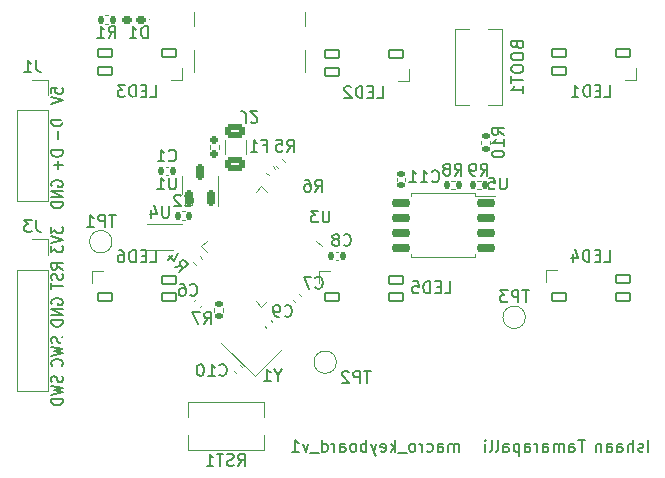
<source format=gbo>
G04 #@! TF.GenerationSoftware,KiCad,Pcbnew,(7.0.0)*
G04 #@! TF.CreationDate,2023-09-09T12:15:39-05:00*
G04 #@! TF.ProjectId,6_key_macro_pad_V1,365f6b65-795f-46d6-9163-726f5f706164,rev?*
G04 #@! TF.SameCoordinates,Original*
G04 #@! TF.FileFunction,Legend,Bot*
G04 #@! TF.FilePolarity,Positive*
%FSLAX46Y46*%
G04 Gerber Fmt 4.6, Leading zero omitted, Abs format (unit mm)*
G04 Created by KiCad (PCBNEW (7.0.0)) date 2023-09-09 12:15:39*
%MOMM*%
%LPD*%
G01*
G04 APERTURE LIST*
G04 Aperture macros list*
%AMRoundRect*
0 Rectangle with rounded corners*
0 $1 Rounding radius*
0 $2 $3 $4 $5 $6 $7 $8 $9 X,Y pos of 4 corners*
0 Add a 4 corners polygon primitive as box body*
4,1,4,$2,$3,$4,$5,$6,$7,$8,$9,$2,$3,0*
0 Add four circle primitives for the rounded corners*
1,1,$1+$1,$2,$3*
1,1,$1+$1,$4,$5*
1,1,$1+$1,$6,$7*
1,1,$1+$1,$8,$9*
0 Add four rect primitives between the rounded corners*
20,1,$1+$1,$2,$3,$4,$5,0*
20,1,$1+$1,$4,$5,$6,$7,0*
20,1,$1+$1,$6,$7,$8,$9,0*
20,1,$1+$1,$8,$9,$2,$3,0*%
%AMRotRect*
0 Rectangle, with rotation*
0 The origin of the aperture is its center*
0 $1 length*
0 $2 width*
0 $3 Rotation angle, in degrees counterclockwise*
0 Add horizontal line*
21,1,$1,$2,0,0,$3*%
%AMFreePoly0*
4,1,18,-0.410000,0.593000,-0.403758,0.624380,-0.385983,0.650983,-0.359380,0.668758,-0.328000,0.675000,0.328000,0.675000,0.359380,0.668758,0.385983,0.650983,0.403758,0.624380,0.410000,0.593000,0.410000,-0.593000,0.403758,-0.624380,0.385983,-0.650983,0.359380,-0.668758,0.328000,-0.675000,0.000000,-0.675000,-0.410000,-0.265000,-0.410000,0.593000,-0.410000,0.593000,$1*%
G04 Aperture macros list end*
%ADD10C,0.150000*%
%ADD11C,0.120000*%
%ADD12C,0.100000*%
%ADD13C,1.700000*%
%ADD14C,3.400000*%
%ADD15C,2.000000*%
%ADD16RoundRect,0.135000X0.135000X0.185000X-0.135000X0.185000X-0.135000X-0.185000X0.135000X-0.185000X0*%
%ADD17RoundRect,0.050000X0.309359X-0.238649X-0.238649X0.309359X-0.309359X0.238649X0.238649X-0.309359X0*%
%ADD18RoundRect,0.050000X0.309359X0.238649X0.238649X0.309359X-0.309359X-0.238649X-0.238649X-0.309359X0*%
%ADD19RotRect,3.200000X3.200000X135.000000*%
%ADD20RoundRect,0.082000X0.593000X-0.328000X0.593000X0.328000X-0.593000X0.328000X-0.593000X-0.328000X0*%
%ADD21FreePoly0,90.000000*%
%ADD22RoundRect,0.250000X-0.625000X0.375000X-0.625000X-0.375000X0.625000X-0.375000X0.625000X0.375000X0*%
%ADD23C,2.500000*%
%ADD24R,1.250000X1.000000*%
%ADD25R,1.000000X1.250000*%
%ADD26RoundRect,0.135000X0.185000X-0.135000X0.185000X0.135000X-0.185000X0.135000X-0.185000X-0.135000X0*%
%ADD27RoundRect,0.140000X-0.140000X-0.170000X0.140000X-0.170000X0.140000X0.170000X-0.140000X0.170000X0*%
%ADD28RoundRect,0.140000X0.170000X-0.140000X0.170000X0.140000X-0.170000X0.140000X-0.170000X-0.140000X0*%
%ADD29C,1.500000*%
%ADD30RoundRect,0.160000X-0.160000X0.197500X-0.160000X-0.197500X0.160000X-0.197500X0.160000X0.197500X0*%
%ADD31RoundRect,0.140000X-0.219203X-0.021213X-0.021213X-0.219203X0.219203X0.021213X0.021213X0.219203X0*%
%ADD32RotRect,1.400000X1.200000X135.000000*%
%ADD33RoundRect,0.140000X0.219203X0.021213X0.021213X0.219203X-0.219203X-0.021213X-0.021213X-0.219203X0*%
%ADD34RoundRect,0.135000X-0.135000X-0.185000X0.135000X-0.185000X0.135000X0.185000X-0.135000X0.185000X0*%
%ADD35R,1.700000X1.700000*%
%ADD36O,1.700000X1.700000*%
%ADD37C,0.650000*%
%ADD38R,0.600000X1.150000*%
%ADD39R,0.300000X1.150000*%
%ADD40O,1.000000X1.800000*%
%ADD41O,1.000000X2.100000*%
%ADD42RoundRect,0.135000X0.226274X0.035355X0.035355X0.226274X-0.226274X-0.035355X-0.035355X-0.226274X0*%
%ADD43RoundRect,0.135000X-0.185000X0.135000X-0.185000X-0.135000X0.185000X-0.135000X0.185000X0.135000X0*%
%ADD44RoundRect,0.160000X0.222500X0.160000X-0.222500X0.160000X-0.222500X-0.160000X0.222500X-0.160000X0*%
%ADD45RoundRect,0.140000X0.140000X0.170000X-0.140000X0.170000X-0.140000X-0.170000X0.140000X-0.170000X0*%
%ADD46RoundRect,0.082000X-0.593000X0.328000X-0.593000X-0.328000X0.593000X-0.328000X0.593000X0.328000X0*%
%ADD47FreePoly0,270.000000*%
%ADD48RoundRect,0.150000X0.650000X0.150000X-0.650000X0.150000X-0.650000X-0.150000X0.650000X-0.150000X0*%
%ADD49RoundRect,0.150000X0.150000X-0.512500X0.150000X0.512500X-0.150000X0.512500X-0.150000X-0.512500X0*%
%ADD50R,0.800000X0.300000*%
%ADD51RoundRect,0.140000X-0.021213X0.219203X-0.219203X0.021213X0.021213X-0.219203X0.219203X-0.021213X0*%
G04 APERTURE END LIST*
D10*
X159982380Y-77642857D02*
X159982380Y-77214285D01*
X159982380Y-77214285D02*
X160458571Y-77171428D01*
X160458571Y-77171428D02*
X160410952Y-77214285D01*
X160410952Y-77214285D02*
X160363333Y-77300000D01*
X160363333Y-77300000D02*
X160363333Y-77514285D01*
X160363333Y-77514285D02*
X160410952Y-77600000D01*
X160410952Y-77600000D02*
X160458571Y-77642857D01*
X160458571Y-77642857D02*
X160553809Y-77685714D01*
X160553809Y-77685714D02*
X160791904Y-77685714D01*
X160791904Y-77685714D02*
X160887142Y-77642857D01*
X160887142Y-77642857D02*
X160934761Y-77600000D01*
X160934761Y-77600000D02*
X160982380Y-77514285D01*
X160982380Y-77514285D02*
X160982380Y-77300000D01*
X160982380Y-77300000D02*
X160934761Y-77214285D01*
X160934761Y-77214285D02*
X160887142Y-77171428D01*
X159982380Y-77942857D02*
X160982380Y-78242857D01*
X160982380Y-78242857D02*
X159982380Y-78542857D01*
X160982380Y-79922857D02*
X159982380Y-79922857D01*
X159982380Y-79922857D02*
X159982380Y-80137143D01*
X159982380Y-80137143D02*
X160030000Y-80265714D01*
X160030000Y-80265714D02*
X160125238Y-80351429D01*
X160125238Y-80351429D02*
X160220476Y-80394286D01*
X160220476Y-80394286D02*
X160410952Y-80437143D01*
X160410952Y-80437143D02*
X160553809Y-80437143D01*
X160553809Y-80437143D02*
X160744285Y-80394286D01*
X160744285Y-80394286D02*
X160839523Y-80351429D01*
X160839523Y-80351429D02*
X160934761Y-80265714D01*
X160934761Y-80265714D02*
X160982380Y-80137143D01*
X160982380Y-80137143D02*
X160982380Y-79922857D01*
X160601428Y-80822857D02*
X160601428Y-81508572D01*
X160982380Y-82477143D02*
X159982380Y-82477143D01*
X159982380Y-82477143D02*
X159982380Y-82691429D01*
X159982380Y-82691429D02*
X160030000Y-82820000D01*
X160030000Y-82820000D02*
X160125238Y-82905715D01*
X160125238Y-82905715D02*
X160220476Y-82948572D01*
X160220476Y-82948572D02*
X160410952Y-82991429D01*
X160410952Y-82991429D02*
X160553809Y-82991429D01*
X160553809Y-82991429D02*
X160744285Y-82948572D01*
X160744285Y-82948572D02*
X160839523Y-82905715D01*
X160839523Y-82905715D02*
X160934761Y-82820000D01*
X160934761Y-82820000D02*
X160982380Y-82691429D01*
X160982380Y-82691429D02*
X160982380Y-82477143D01*
X160601428Y-83377143D02*
X160601428Y-84062858D01*
X160982380Y-83720000D02*
X160220476Y-83720000D01*
X160030000Y-85502858D02*
X159982380Y-85417144D01*
X159982380Y-85417144D02*
X159982380Y-85288572D01*
X159982380Y-85288572D02*
X160030000Y-85160001D01*
X160030000Y-85160001D02*
X160125238Y-85074286D01*
X160125238Y-85074286D02*
X160220476Y-85031429D01*
X160220476Y-85031429D02*
X160410952Y-84988572D01*
X160410952Y-84988572D02*
X160553809Y-84988572D01*
X160553809Y-84988572D02*
X160744285Y-85031429D01*
X160744285Y-85031429D02*
X160839523Y-85074286D01*
X160839523Y-85074286D02*
X160934761Y-85160001D01*
X160934761Y-85160001D02*
X160982380Y-85288572D01*
X160982380Y-85288572D02*
X160982380Y-85374286D01*
X160982380Y-85374286D02*
X160934761Y-85502858D01*
X160934761Y-85502858D02*
X160887142Y-85545715D01*
X160887142Y-85545715D02*
X160553809Y-85545715D01*
X160553809Y-85545715D02*
X160553809Y-85374286D01*
X160982380Y-85931429D02*
X159982380Y-85931429D01*
X159982380Y-85931429D02*
X160982380Y-86445715D01*
X160982380Y-86445715D02*
X159982380Y-86445715D01*
X160982380Y-86874286D02*
X159982380Y-86874286D01*
X159982380Y-86874286D02*
X159982380Y-87088572D01*
X159982380Y-87088572D02*
X160030000Y-87217143D01*
X160030000Y-87217143D02*
X160125238Y-87302858D01*
X160125238Y-87302858D02*
X160220476Y-87345715D01*
X160220476Y-87345715D02*
X160410952Y-87388572D01*
X160410952Y-87388572D02*
X160553809Y-87388572D01*
X160553809Y-87388572D02*
X160744285Y-87345715D01*
X160744285Y-87345715D02*
X160839523Y-87302858D01*
X160839523Y-87302858D02*
X160934761Y-87217143D01*
X160934761Y-87217143D02*
X160982380Y-87088572D01*
X160982380Y-87088572D02*
X160982380Y-86874286D01*
X159982380Y-88928571D02*
X159982380Y-89485714D01*
X159982380Y-89485714D02*
X160363333Y-89185714D01*
X160363333Y-89185714D02*
X160363333Y-89314285D01*
X160363333Y-89314285D02*
X160410952Y-89400000D01*
X160410952Y-89400000D02*
X160458571Y-89442857D01*
X160458571Y-89442857D02*
X160553809Y-89485714D01*
X160553809Y-89485714D02*
X160791904Y-89485714D01*
X160791904Y-89485714D02*
X160887142Y-89442857D01*
X160887142Y-89442857D02*
X160934761Y-89400000D01*
X160934761Y-89400000D02*
X160982380Y-89314285D01*
X160982380Y-89314285D02*
X160982380Y-89057142D01*
X160982380Y-89057142D02*
X160934761Y-88971428D01*
X160934761Y-88971428D02*
X160887142Y-88928571D01*
X159982380Y-89742857D02*
X160982380Y-90042857D01*
X160982380Y-90042857D02*
X159982380Y-90342857D01*
X159982380Y-90557143D02*
X159982380Y-91114286D01*
X159982380Y-91114286D02*
X160363333Y-90814286D01*
X160363333Y-90814286D02*
X160363333Y-90942857D01*
X160363333Y-90942857D02*
X160410952Y-91028572D01*
X160410952Y-91028572D02*
X160458571Y-91071429D01*
X160458571Y-91071429D02*
X160553809Y-91114286D01*
X160553809Y-91114286D02*
X160791904Y-91114286D01*
X160791904Y-91114286D02*
X160887142Y-91071429D01*
X160887142Y-91071429D02*
X160934761Y-91028572D01*
X160934761Y-91028572D02*
X160982380Y-90942857D01*
X160982380Y-90942857D02*
X160982380Y-90685714D01*
X160982380Y-90685714D02*
X160934761Y-90600000D01*
X160934761Y-90600000D02*
X160887142Y-90557143D01*
X160982380Y-92554286D02*
X160506190Y-92254286D01*
X160982380Y-92040000D02*
X159982380Y-92040000D01*
X159982380Y-92040000D02*
X159982380Y-92382857D01*
X159982380Y-92382857D02*
X160030000Y-92468572D01*
X160030000Y-92468572D02*
X160077619Y-92511429D01*
X160077619Y-92511429D02*
X160172857Y-92554286D01*
X160172857Y-92554286D02*
X160315714Y-92554286D01*
X160315714Y-92554286D02*
X160410952Y-92511429D01*
X160410952Y-92511429D02*
X160458571Y-92468572D01*
X160458571Y-92468572D02*
X160506190Y-92382857D01*
X160506190Y-92382857D02*
X160506190Y-92040000D01*
X160934761Y-92897143D02*
X160982380Y-93025715D01*
X160982380Y-93025715D02*
X160982380Y-93240000D01*
X160982380Y-93240000D02*
X160934761Y-93325715D01*
X160934761Y-93325715D02*
X160887142Y-93368572D01*
X160887142Y-93368572D02*
X160791904Y-93411429D01*
X160791904Y-93411429D02*
X160696666Y-93411429D01*
X160696666Y-93411429D02*
X160601428Y-93368572D01*
X160601428Y-93368572D02*
X160553809Y-93325715D01*
X160553809Y-93325715D02*
X160506190Y-93240000D01*
X160506190Y-93240000D02*
X160458571Y-93068572D01*
X160458571Y-93068572D02*
X160410952Y-92982857D01*
X160410952Y-92982857D02*
X160363333Y-92940000D01*
X160363333Y-92940000D02*
X160268095Y-92897143D01*
X160268095Y-92897143D02*
X160172857Y-92897143D01*
X160172857Y-92897143D02*
X160077619Y-92940000D01*
X160077619Y-92940000D02*
X160030000Y-92982857D01*
X160030000Y-92982857D02*
X159982380Y-93068572D01*
X159982380Y-93068572D02*
X159982380Y-93282857D01*
X159982380Y-93282857D02*
X160030000Y-93411429D01*
X159982380Y-93668572D02*
X159982380Y-94182858D01*
X160982380Y-93925715D02*
X159982380Y-93925715D01*
X160030000Y-95494286D02*
X159982380Y-95408572D01*
X159982380Y-95408572D02*
X159982380Y-95280000D01*
X159982380Y-95280000D02*
X160030000Y-95151429D01*
X160030000Y-95151429D02*
X160125238Y-95065714D01*
X160125238Y-95065714D02*
X160220476Y-95022857D01*
X160220476Y-95022857D02*
X160410952Y-94980000D01*
X160410952Y-94980000D02*
X160553809Y-94980000D01*
X160553809Y-94980000D02*
X160744285Y-95022857D01*
X160744285Y-95022857D02*
X160839523Y-95065714D01*
X160839523Y-95065714D02*
X160934761Y-95151429D01*
X160934761Y-95151429D02*
X160982380Y-95280000D01*
X160982380Y-95280000D02*
X160982380Y-95365714D01*
X160982380Y-95365714D02*
X160934761Y-95494286D01*
X160934761Y-95494286D02*
X160887142Y-95537143D01*
X160887142Y-95537143D02*
X160553809Y-95537143D01*
X160553809Y-95537143D02*
X160553809Y-95365714D01*
X160982380Y-95922857D02*
X159982380Y-95922857D01*
X159982380Y-95922857D02*
X160982380Y-96437143D01*
X160982380Y-96437143D02*
X159982380Y-96437143D01*
X160982380Y-96865714D02*
X159982380Y-96865714D01*
X159982380Y-96865714D02*
X159982380Y-97080000D01*
X159982380Y-97080000D02*
X160030000Y-97208571D01*
X160030000Y-97208571D02*
X160125238Y-97294286D01*
X160125238Y-97294286D02*
X160220476Y-97337143D01*
X160220476Y-97337143D02*
X160410952Y-97380000D01*
X160410952Y-97380000D02*
X160553809Y-97380000D01*
X160553809Y-97380000D02*
X160744285Y-97337143D01*
X160744285Y-97337143D02*
X160839523Y-97294286D01*
X160839523Y-97294286D02*
X160934761Y-97208571D01*
X160934761Y-97208571D02*
X160982380Y-97080000D01*
X160982380Y-97080000D02*
X160982380Y-96865714D01*
X160934761Y-98262857D02*
X160982380Y-98391429D01*
X160982380Y-98391429D02*
X160982380Y-98605714D01*
X160982380Y-98605714D02*
X160934761Y-98691429D01*
X160934761Y-98691429D02*
X160887142Y-98734286D01*
X160887142Y-98734286D02*
X160791904Y-98777143D01*
X160791904Y-98777143D02*
X160696666Y-98777143D01*
X160696666Y-98777143D02*
X160601428Y-98734286D01*
X160601428Y-98734286D02*
X160553809Y-98691429D01*
X160553809Y-98691429D02*
X160506190Y-98605714D01*
X160506190Y-98605714D02*
X160458571Y-98434286D01*
X160458571Y-98434286D02*
X160410952Y-98348571D01*
X160410952Y-98348571D02*
X160363333Y-98305714D01*
X160363333Y-98305714D02*
X160268095Y-98262857D01*
X160268095Y-98262857D02*
X160172857Y-98262857D01*
X160172857Y-98262857D02*
X160077619Y-98305714D01*
X160077619Y-98305714D02*
X160030000Y-98348571D01*
X160030000Y-98348571D02*
X159982380Y-98434286D01*
X159982380Y-98434286D02*
X159982380Y-98648571D01*
X159982380Y-98648571D02*
X160030000Y-98777143D01*
X159982380Y-99077143D02*
X160982380Y-99291429D01*
X160982380Y-99291429D02*
X160268095Y-99462857D01*
X160268095Y-99462857D02*
X160982380Y-99634286D01*
X160982380Y-99634286D02*
X159982380Y-99848572D01*
X160887142Y-100705714D02*
X160934761Y-100662857D01*
X160934761Y-100662857D02*
X160982380Y-100534285D01*
X160982380Y-100534285D02*
X160982380Y-100448571D01*
X160982380Y-100448571D02*
X160934761Y-100320000D01*
X160934761Y-100320000D02*
X160839523Y-100234285D01*
X160839523Y-100234285D02*
X160744285Y-100191428D01*
X160744285Y-100191428D02*
X160553809Y-100148571D01*
X160553809Y-100148571D02*
X160410952Y-100148571D01*
X160410952Y-100148571D02*
X160220476Y-100191428D01*
X160220476Y-100191428D02*
X160125238Y-100234285D01*
X160125238Y-100234285D02*
X160030000Y-100320000D01*
X160030000Y-100320000D02*
X159982380Y-100448571D01*
X159982380Y-100448571D02*
X159982380Y-100534285D01*
X159982380Y-100534285D02*
X160030000Y-100662857D01*
X160030000Y-100662857D02*
X160077619Y-100705714D01*
X160934761Y-101588571D02*
X160982380Y-101717143D01*
X160982380Y-101717143D02*
X160982380Y-101931428D01*
X160982380Y-101931428D02*
X160934761Y-102017143D01*
X160934761Y-102017143D02*
X160887142Y-102060000D01*
X160887142Y-102060000D02*
X160791904Y-102102857D01*
X160791904Y-102102857D02*
X160696666Y-102102857D01*
X160696666Y-102102857D02*
X160601428Y-102060000D01*
X160601428Y-102060000D02*
X160553809Y-102017143D01*
X160553809Y-102017143D02*
X160506190Y-101931428D01*
X160506190Y-101931428D02*
X160458571Y-101760000D01*
X160458571Y-101760000D02*
X160410952Y-101674285D01*
X160410952Y-101674285D02*
X160363333Y-101631428D01*
X160363333Y-101631428D02*
X160268095Y-101588571D01*
X160268095Y-101588571D02*
X160172857Y-101588571D01*
X160172857Y-101588571D02*
X160077619Y-101631428D01*
X160077619Y-101631428D02*
X160030000Y-101674285D01*
X160030000Y-101674285D02*
X159982380Y-101760000D01*
X159982380Y-101760000D02*
X159982380Y-101974285D01*
X159982380Y-101974285D02*
X160030000Y-102102857D01*
X159982380Y-102402857D02*
X160982380Y-102617143D01*
X160982380Y-102617143D02*
X160268095Y-102788571D01*
X160268095Y-102788571D02*
X160982380Y-102960000D01*
X160982380Y-102960000D02*
X159982380Y-103174286D01*
X160982380Y-103517142D02*
X159982380Y-103517142D01*
X159982380Y-103517142D02*
X159982380Y-103731428D01*
X159982380Y-103731428D02*
X160030000Y-103859999D01*
X160030000Y-103859999D02*
X160125238Y-103945714D01*
X160125238Y-103945714D02*
X160220476Y-103988571D01*
X160220476Y-103988571D02*
X160410952Y-104031428D01*
X160410952Y-104031428D02*
X160553809Y-104031428D01*
X160553809Y-104031428D02*
X160744285Y-103988571D01*
X160744285Y-103988571D02*
X160839523Y-103945714D01*
X160839523Y-103945714D02*
X160934761Y-103859999D01*
X160934761Y-103859999D02*
X160982380Y-103731428D01*
X160982380Y-103731428D02*
X160982380Y-103517142D01*
X210561904Y-107982380D02*
X210561904Y-106982380D01*
X210133333Y-107934761D02*
X210038095Y-107982380D01*
X210038095Y-107982380D02*
X209847619Y-107982380D01*
X209847619Y-107982380D02*
X209752381Y-107934761D01*
X209752381Y-107934761D02*
X209704762Y-107839523D01*
X209704762Y-107839523D02*
X209704762Y-107791904D01*
X209704762Y-107791904D02*
X209752381Y-107696666D01*
X209752381Y-107696666D02*
X209847619Y-107649047D01*
X209847619Y-107649047D02*
X209990476Y-107649047D01*
X209990476Y-107649047D02*
X210085714Y-107601428D01*
X210085714Y-107601428D02*
X210133333Y-107506190D01*
X210133333Y-107506190D02*
X210133333Y-107458571D01*
X210133333Y-107458571D02*
X210085714Y-107363333D01*
X210085714Y-107363333D02*
X209990476Y-107315714D01*
X209990476Y-107315714D02*
X209847619Y-107315714D01*
X209847619Y-107315714D02*
X209752381Y-107363333D01*
X209276190Y-107982380D02*
X209276190Y-106982380D01*
X208847619Y-107982380D02*
X208847619Y-107458571D01*
X208847619Y-107458571D02*
X208895238Y-107363333D01*
X208895238Y-107363333D02*
X208990476Y-107315714D01*
X208990476Y-107315714D02*
X209133333Y-107315714D01*
X209133333Y-107315714D02*
X209228571Y-107363333D01*
X209228571Y-107363333D02*
X209276190Y-107410952D01*
X207942857Y-107982380D02*
X207942857Y-107458571D01*
X207942857Y-107458571D02*
X207990476Y-107363333D01*
X207990476Y-107363333D02*
X208085714Y-107315714D01*
X208085714Y-107315714D02*
X208276190Y-107315714D01*
X208276190Y-107315714D02*
X208371428Y-107363333D01*
X207942857Y-107934761D02*
X208038095Y-107982380D01*
X208038095Y-107982380D02*
X208276190Y-107982380D01*
X208276190Y-107982380D02*
X208371428Y-107934761D01*
X208371428Y-107934761D02*
X208419047Y-107839523D01*
X208419047Y-107839523D02*
X208419047Y-107744285D01*
X208419047Y-107744285D02*
X208371428Y-107649047D01*
X208371428Y-107649047D02*
X208276190Y-107601428D01*
X208276190Y-107601428D02*
X208038095Y-107601428D01*
X208038095Y-107601428D02*
X207942857Y-107553809D01*
X207038095Y-107982380D02*
X207038095Y-107458571D01*
X207038095Y-107458571D02*
X207085714Y-107363333D01*
X207085714Y-107363333D02*
X207180952Y-107315714D01*
X207180952Y-107315714D02*
X207371428Y-107315714D01*
X207371428Y-107315714D02*
X207466666Y-107363333D01*
X207038095Y-107934761D02*
X207133333Y-107982380D01*
X207133333Y-107982380D02*
X207371428Y-107982380D01*
X207371428Y-107982380D02*
X207466666Y-107934761D01*
X207466666Y-107934761D02*
X207514285Y-107839523D01*
X207514285Y-107839523D02*
X207514285Y-107744285D01*
X207514285Y-107744285D02*
X207466666Y-107649047D01*
X207466666Y-107649047D02*
X207371428Y-107601428D01*
X207371428Y-107601428D02*
X207133333Y-107601428D01*
X207133333Y-107601428D02*
X207038095Y-107553809D01*
X206561904Y-107315714D02*
X206561904Y-107982380D01*
X206561904Y-107410952D02*
X206514285Y-107363333D01*
X206514285Y-107363333D02*
X206419047Y-107315714D01*
X206419047Y-107315714D02*
X206276190Y-107315714D01*
X206276190Y-107315714D02*
X206180952Y-107363333D01*
X206180952Y-107363333D02*
X206133333Y-107458571D01*
X206133333Y-107458571D02*
X206133333Y-107982380D01*
X205199999Y-106982380D02*
X204628571Y-106982380D01*
X204914285Y-107982380D02*
X204914285Y-106982380D01*
X203866666Y-107982380D02*
X203866666Y-107458571D01*
X203866666Y-107458571D02*
X203914285Y-107363333D01*
X203914285Y-107363333D02*
X204009523Y-107315714D01*
X204009523Y-107315714D02*
X204199999Y-107315714D01*
X204199999Y-107315714D02*
X204295237Y-107363333D01*
X203866666Y-107934761D02*
X203961904Y-107982380D01*
X203961904Y-107982380D02*
X204199999Y-107982380D01*
X204199999Y-107982380D02*
X204295237Y-107934761D01*
X204295237Y-107934761D02*
X204342856Y-107839523D01*
X204342856Y-107839523D02*
X204342856Y-107744285D01*
X204342856Y-107744285D02*
X204295237Y-107649047D01*
X204295237Y-107649047D02*
X204199999Y-107601428D01*
X204199999Y-107601428D02*
X203961904Y-107601428D01*
X203961904Y-107601428D02*
X203866666Y-107553809D01*
X203390475Y-107982380D02*
X203390475Y-107315714D01*
X203390475Y-107410952D02*
X203342856Y-107363333D01*
X203342856Y-107363333D02*
X203247618Y-107315714D01*
X203247618Y-107315714D02*
X203104761Y-107315714D01*
X203104761Y-107315714D02*
X203009523Y-107363333D01*
X203009523Y-107363333D02*
X202961904Y-107458571D01*
X202961904Y-107458571D02*
X202961904Y-107982380D01*
X202961904Y-107458571D02*
X202914285Y-107363333D01*
X202914285Y-107363333D02*
X202819047Y-107315714D01*
X202819047Y-107315714D02*
X202676190Y-107315714D01*
X202676190Y-107315714D02*
X202580951Y-107363333D01*
X202580951Y-107363333D02*
X202533332Y-107458571D01*
X202533332Y-107458571D02*
X202533332Y-107982380D01*
X201628571Y-107982380D02*
X201628571Y-107458571D01*
X201628571Y-107458571D02*
X201676190Y-107363333D01*
X201676190Y-107363333D02*
X201771428Y-107315714D01*
X201771428Y-107315714D02*
X201961904Y-107315714D01*
X201961904Y-107315714D02*
X202057142Y-107363333D01*
X201628571Y-107934761D02*
X201723809Y-107982380D01*
X201723809Y-107982380D02*
X201961904Y-107982380D01*
X201961904Y-107982380D02*
X202057142Y-107934761D01*
X202057142Y-107934761D02*
X202104761Y-107839523D01*
X202104761Y-107839523D02*
X202104761Y-107744285D01*
X202104761Y-107744285D02*
X202057142Y-107649047D01*
X202057142Y-107649047D02*
X201961904Y-107601428D01*
X201961904Y-107601428D02*
X201723809Y-107601428D01*
X201723809Y-107601428D02*
X201628571Y-107553809D01*
X201152380Y-107982380D02*
X201152380Y-107315714D01*
X201152380Y-107506190D02*
X201104761Y-107410952D01*
X201104761Y-107410952D02*
X201057142Y-107363333D01*
X201057142Y-107363333D02*
X200961904Y-107315714D01*
X200961904Y-107315714D02*
X200866666Y-107315714D01*
X200104761Y-107982380D02*
X200104761Y-107458571D01*
X200104761Y-107458571D02*
X200152380Y-107363333D01*
X200152380Y-107363333D02*
X200247618Y-107315714D01*
X200247618Y-107315714D02*
X200438094Y-107315714D01*
X200438094Y-107315714D02*
X200533332Y-107363333D01*
X200104761Y-107934761D02*
X200199999Y-107982380D01*
X200199999Y-107982380D02*
X200438094Y-107982380D01*
X200438094Y-107982380D02*
X200533332Y-107934761D01*
X200533332Y-107934761D02*
X200580951Y-107839523D01*
X200580951Y-107839523D02*
X200580951Y-107744285D01*
X200580951Y-107744285D02*
X200533332Y-107649047D01*
X200533332Y-107649047D02*
X200438094Y-107601428D01*
X200438094Y-107601428D02*
X200199999Y-107601428D01*
X200199999Y-107601428D02*
X200104761Y-107553809D01*
X199628570Y-107315714D02*
X199628570Y-108315714D01*
X199628570Y-107363333D02*
X199533332Y-107315714D01*
X199533332Y-107315714D02*
X199342856Y-107315714D01*
X199342856Y-107315714D02*
X199247618Y-107363333D01*
X199247618Y-107363333D02*
X199199999Y-107410952D01*
X199199999Y-107410952D02*
X199152380Y-107506190D01*
X199152380Y-107506190D02*
X199152380Y-107791904D01*
X199152380Y-107791904D02*
X199199999Y-107887142D01*
X199199999Y-107887142D02*
X199247618Y-107934761D01*
X199247618Y-107934761D02*
X199342856Y-107982380D01*
X199342856Y-107982380D02*
X199533332Y-107982380D01*
X199533332Y-107982380D02*
X199628570Y-107934761D01*
X198295237Y-107982380D02*
X198295237Y-107458571D01*
X198295237Y-107458571D02*
X198342856Y-107363333D01*
X198342856Y-107363333D02*
X198438094Y-107315714D01*
X198438094Y-107315714D02*
X198628570Y-107315714D01*
X198628570Y-107315714D02*
X198723808Y-107363333D01*
X198295237Y-107934761D02*
X198390475Y-107982380D01*
X198390475Y-107982380D02*
X198628570Y-107982380D01*
X198628570Y-107982380D02*
X198723808Y-107934761D01*
X198723808Y-107934761D02*
X198771427Y-107839523D01*
X198771427Y-107839523D02*
X198771427Y-107744285D01*
X198771427Y-107744285D02*
X198723808Y-107649047D01*
X198723808Y-107649047D02*
X198628570Y-107601428D01*
X198628570Y-107601428D02*
X198390475Y-107601428D01*
X198390475Y-107601428D02*
X198295237Y-107553809D01*
X197676189Y-107982380D02*
X197771427Y-107934761D01*
X197771427Y-107934761D02*
X197819046Y-107839523D01*
X197819046Y-107839523D02*
X197819046Y-106982380D01*
X197152379Y-107982380D02*
X197247617Y-107934761D01*
X197247617Y-107934761D02*
X197295236Y-107839523D01*
X197295236Y-107839523D02*
X197295236Y-106982380D01*
X196771426Y-107982380D02*
X196771426Y-107315714D01*
X196771426Y-106982380D02*
X196819045Y-107030000D01*
X196819045Y-107030000D02*
X196771426Y-107077619D01*
X196771426Y-107077619D02*
X196723807Y-107030000D01*
X196723807Y-107030000D02*
X196771426Y-106982380D01*
X196771426Y-106982380D02*
X196771426Y-107077619D01*
X194495236Y-107982380D02*
X194495236Y-107315714D01*
X194495236Y-107410952D02*
X194447617Y-107363333D01*
X194447617Y-107363333D02*
X194352379Y-107315714D01*
X194352379Y-107315714D02*
X194209522Y-107315714D01*
X194209522Y-107315714D02*
X194114284Y-107363333D01*
X194114284Y-107363333D02*
X194066665Y-107458571D01*
X194066665Y-107458571D02*
X194066665Y-107982380D01*
X194066665Y-107458571D02*
X194019046Y-107363333D01*
X194019046Y-107363333D02*
X193923808Y-107315714D01*
X193923808Y-107315714D02*
X193780951Y-107315714D01*
X193780951Y-107315714D02*
X193685712Y-107363333D01*
X193685712Y-107363333D02*
X193638093Y-107458571D01*
X193638093Y-107458571D02*
X193638093Y-107982380D01*
X192733332Y-107982380D02*
X192733332Y-107458571D01*
X192733332Y-107458571D02*
X192780951Y-107363333D01*
X192780951Y-107363333D02*
X192876189Y-107315714D01*
X192876189Y-107315714D02*
X193066665Y-107315714D01*
X193066665Y-107315714D02*
X193161903Y-107363333D01*
X192733332Y-107934761D02*
X192828570Y-107982380D01*
X192828570Y-107982380D02*
X193066665Y-107982380D01*
X193066665Y-107982380D02*
X193161903Y-107934761D01*
X193161903Y-107934761D02*
X193209522Y-107839523D01*
X193209522Y-107839523D02*
X193209522Y-107744285D01*
X193209522Y-107744285D02*
X193161903Y-107649047D01*
X193161903Y-107649047D02*
X193066665Y-107601428D01*
X193066665Y-107601428D02*
X192828570Y-107601428D01*
X192828570Y-107601428D02*
X192733332Y-107553809D01*
X191828570Y-107934761D02*
X191923808Y-107982380D01*
X191923808Y-107982380D02*
X192114284Y-107982380D01*
X192114284Y-107982380D02*
X192209522Y-107934761D01*
X192209522Y-107934761D02*
X192257141Y-107887142D01*
X192257141Y-107887142D02*
X192304760Y-107791904D01*
X192304760Y-107791904D02*
X192304760Y-107506190D01*
X192304760Y-107506190D02*
X192257141Y-107410952D01*
X192257141Y-107410952D02*
X192209522Y-107363333D01*
X192209522Y-107363333D02*
X192114284Y-107315714D01*
X192114284Y-107315714D02*
X191923808Y-107315714D01*
X191923808Y-107315714D02*
X191828570Y-107363333D01*
X191399998Y-107982380D02*
X191399998Y-107315714D01*
X191399998Y-107506190D02*
X191352379Y-107410952D01*
X191352379Y-107410952D02*
X191304760Y-107363333D01*
X191304760Y-107363333D02*
X191209522Y-107315714D01*
X191209522Y-107315714D02*
X191114284Y-107315714D01*
X190638093Y-107982380D02*
X190733331Y-107934761D01*
X190733331Y-107934761D02*
X190780950Y-107887142D01*
X190780950Y-107887142D02*
X190828569Y-107791904D01*
X190828569Y-107791904D02*
X190828569Y-107506190D01*
X190828569Y-107506190D02*
X190780950Y-107410952D01*
X190780950Y-107410952D02*
X190733331Y-107363333D01*
X190733331Y-107363333D02*
X190638093Y-107315714D01*
X190638093Y-107315714D02*
X190495236Y-107315714D01*
X190495236Y-107315714D02*
X190399998Y-107363333D01*
X190399998Y-107363333D02*
X190352379Y-107410952D01*
X190352379Y-107410952D02*
X190304760Y-107506190D01*
X190304760Y-107506190D02*
X190304760Y-107791904D01*
X190304760Y-107791904D02*
X190352379Y-107887142D01*
X190352379Y-107887142D02*
X190399998Y-107934761D01*
X190399998Y-107934761D02*
X190495236Y-107982380D01*
X190495236Y-107982380D02*
X190638093Y-107982380D01*
X190114284Y-108077619D02*
X189352379Y-108077619D01*
X189114283Y-107982380D02*
X189114283Y-106982380D01*
X189019045Y-107601428D02*
X188733331Y-107982380D01*
X188733331Y-107315714D02*
X189114283Y-107696666D01*
X187923807Y-107934761D02*
X188019045Y-107982380D01*
X188019045Y-107982380D02*
X188209521Y-107982380D01*
X188209521Y-107982380D02*
X188304759Y-107934761D01*
X188304759Y-107934761D02*
X188352378Y-107839523D01*
X188352378Y-107839523D02*
X188352378Y-107458571D01*
X188352378Y-107458571D02*
X188304759Y-107363333D01*
X188304759Y-107363333D02*
X188209521Y-107315714D01*
X188209521Y-107315714D02*
X188019045Y-107315714D01*
X188019045Y-107315714D02*
X187923807Y-107363333D01*
X187923807Y-107363333D02*
X187876188Y-107458571D01*
X187876188Y-107458571D02*
X187876188Y-107553809D01*
X187876188Y-107553809D02*
X188352378Y-107649047D01*
X187542854Y-107315714D02*
X187304759Y-107982380D01*
X187066664Y-107315714D02*
X187304759Y-107982380D01*
X187304759Y-107982380D02*
X187399997Y-108220476D01*
X187399997Y-108220476D02*
X187447616Y-108268095D01*
X187447616Y-108268095D02*
X187542854Y-108315714D01*
X186685711Y-107982380D02*
X186685711Y-106982380D01*
X186685711Y-107363333D02*
X186590473Y-107315714D01*
X186590473Y-107315714D02*
X186399997Y-107315714D01*
X186399997Y-107315714D02*
X186304759Y-107363333D01*
X186304759Y-107363333D02*
X186257140Y-107410952D01*
X186257140Y-107410952D02*
X186209521Y-107506190D01*
X186209521Y-107506190D02*
X186209521Y-107791904D01*
X186209521Y-107791904D02*
X186257140Y-107887142D01*
X186257140Y-107887142D02*
X186304759Y-107934761D01*
X186304759Y-107934761D02*
X186399997Y-107982380D01*
X186399997Y-107982380D02*
X186590473Y-107982380D01*
X186590473Y-107982380D02*
X186685711Y-107934761D01*
X185638092Y-107982380D02*
X185733330Y-107934761D01*
X185733330Y-107934761D02*
X185780949Y-107887142D01*
X185780949Y-107887142D02*
X185828568Y-107791904D01*
X185828568Y-107791904D02*
X185828568Y-107506190D01*
X185828568Y-107506190D02*
X185780949Y-107410952D01*
X185780949Y-107410952D02*
X185733330Y-107363333D01*
X185733330Y-107363333D02*
X185638092Y-107315714D01*
X185638092Y-107315714D02*
X185495235Y-107315714D01*
X185495235Y-107315714D02*
X185399997Y-107363333D01*
X185399997Y-107363333D02*
X185352378Y-107410952D01*
X185352378Y-107410952D02*
X185304759Y-107506190D01*
X185304759Y-107506190D02*
X185304759Y-107791904D01*
X185304759Y-107791904D02*
X185352378Y-107887142D01*
X185352378Y-107887142D02*
X185399997Y-107934761D01*
X185399997Y-107934761D02*
X185495235Y-107982380D01*
X185495235Y-107982380D02*
X185638092Y-107982380D01*
X184447616Y-107982380D02*
X184447616Y-107458571D01*
X184447616Y-107458571D02*
X184495235Y-107363333D01*
X184495235Y-107363333D02*
X184590473Y-107315714D01*
X184590473Y-107315714D02*
X184780949Y-107315714D01*
X184780949Y-107315714D02*
X184876187Y-107363333D01*
X184447616Y-107934761D02*
X184542854Y-107982380D01*
X184542854Y-107982380D02*
X184780949Y-107982380D01*
X184780949Y-107982380D02*
X184876187Y-107934761D01*
X184876187Y-107934761D02*
X184923806Y-107839523D01*
X184923806Y-107839523D02*
X184923806Y-107744285D01*
X184923806Y-107744285D02*
X184876187Y-107649047D01*
X184876187Y-107649047D02*
X184780949Y-107601428D01*
X184780949Y-107601428D02*
X184542854Y-107601428D01*
X184542854Y-107601428D02*
X184447616Y-107553809D01*
X183971425Y-107982380D02*
X183971425Y-107315714D01*
X183971425Y-107506190D02*
X183923806Y-107410952D01*
X183923806Y-107410952D02*
X183876187Y-107363333D01*
X183876187Y-107363333D02*
X183780949Y-107315714D01*
X183780949Y-107315714D02*
X183685711Y-107315714D01*
X182923806Y-107982380D02*
X182923806Y-106982380D01*
X182923806Y-107934761D02*
X183019044Y-107982380D01*
X183019044Y-107982380D02*
X183209520Y-107982380D01*
X183209520Y-107982380D02*
X183304758Y-107934761D01*
X183304758Y-107934761D02*
X183352377Y-107887142D01*
X183352377Y-107887142D02*
X183399996Y-107791904D01*
X183399996Y-107791904D02*
X183399996Y-107506190D01*
X183399996Y-107506190D02*
X183352377Y-107410952D01*
X183352377Y-107410952D02*
X183304758Y-107363333D01*
X183304758Y-107363333D02*
X183209520Y-107315714D01*
X183209520Y-107315714D02*
X183019044Y-107315714D01*
X183019044Y-107315714D02*
X182923806Y-107363333D01*
X182685711Y-108077619D02*
X181923806Y-108077619D01*
X181780948Y-107315714D02*
X181542853Y-107982380D01*
X181542853Y-107982380D02*
X181304758Y-107315714D01*
X180399996Y-107982380D02*
X180971424Y-107982380D01*
X180685710Y-107982380D02*
X180685710Y-106982380D01*
X180685710Y-106982380D02*
X180780948Y-107125238D01*
X180780948Y-107125238D02*
X180876186Y-107220476D01*
X180876186Y-107220476D02*
X180971424Y-107268095D01*
X196366666Y-84597380D02*
X196699999Y-84121190D01*
X196938094Y-84597380D02*
X196938094Y-83597380D01*
X196938094Y-83597380D02*
X196557142Y-83597380D01*
X196557142Y-83597380D02*
X196461904Y-83645000D01*
X196461904Y-83645000D02*
X196414285Y-83692619D01*
X196414285Y-83692619D02*
X196366666Y-83787857D01*
X196366666Y-83787857D02*
X196366666Y-83930714D01*
X196366666Y-83930714D02*
X196414285Y-84025952D01*
X196414285Y-84025952D02*
X196461904Y-84073571D01*
X196461904Y-84073571D02*
X196557142Y-84121190D01*
X196557142Y-84121190D02*
X196938094Y-84121190D01*
X195890475Y-84597380D02*
X195699999Y-84597380D01*
X195699999Y-84597380D02*
X195604761Y-84549761D01*
X195604761Y-84549761D02*
X195557142Y-84502142D01*
X195557142Y-84502142D02*
X195461904Y-84359285D01*
X195461904Y-84359285D02*
X195414285Y-84168809D01*
X195414285Y-84168809D02*
X195414285Y-83787857D01*
X195414285Y-83787857D02*
X195461904Y-83692619D01*
X195461904Y-83692619D02*
X195509523Y-83645000D01*
X195509523Y-83645000D02*
X195604761Y-83597380D01*
X195604761Y-83597380D02*
X195795237Y-83597380D01*
X195795237Y-83597380D02*
X195890475Y-83645000D01*
X195890475Y-83645000D02*
X195938094Y-83692619D01*
X195938094Y-83692619D02*
X195985713Y-83787857D01*
X195985713Y-83787857D02*
X195985713Y-84025952D01*
X195985713Y-84025952D02*
X195938094Y-84121190D01*
X195938094Y-84121190D02*
X195890475Y-84168809D01*
X195890475Y-84168809D02*
X195795237Y-84216428D01*
X195795237Y-84216428D02*
X195604761Y-84216428D01*
X195604761Y-84216428D02*
X195509523Y-84168809D01*
X195509523Y-84168809D02*
X195461904Y-84121190D01*
X195461904Y-84121190D02*
X195414285Y-84025952D01*
X183561904Y-87567380D02*
X183561904Y-88376904D01*
X183561904Y-88376904D02*
X183514285Y-88472142D01*
X183514285Y-88472142D02*
X183466666Y-88519761D01*
X183466666Y-88519761D02*
X183371428Y-88567380D01*
X183371428Y-88567380D02*
X183180952Y-88567380D01*
X183180952Y-88567380D02*
X183085714Y-88519761D01*
X183085714Y-88519761D02*
X183038095Y-88472142D01*
X183038095Y-88472142D02*
X182990476Y-88376904D01*
X182990476Y-88376904D02*
X182990476Y-87567380D01*
X182609523Y-87567380D02*
X181990476Y-87567380D01*
X181990476Y-87567380D02*
X182323809Y-87948333D01*
X182323809Y-87948333D02*
X182180952Y-87948333D01*
X182180952Y-87948333D02*
X182085714Y-87995952D01*
X182085714Y-87995952D02*
X182038095Y-88043571D01*
X182038095Y-88043571D02*
X181990476Y-88138809D01*
X181990476Y-88138809D02*
X181990476Y-88376904D01*
X181990476Y-88376904D02*
X182038095Y-88472142D01*
X182038095Y-88472142D02*
X182085714Y-88519761D01*
X182085714Y-88519761D02*
X182180952Y-88567380D01*
X182180952Y-88567380D02*
X182466666Y-88567380D01*
X182466666Y-88567380D02*
X182561904Y-88519761D01*
X182561904Y-88519761D02*
X182609523Y-88472142D01*
X194166666Y-84597380D02*
X194499999Y-84121190D01*
X194738094Y-84597380D02*
X194738094Y-83597380D01*
X194738094Y-83597380D02*
X194357142Y-83597380D01*
X194357142Y-83597380D02*
X194261904Y-83645000D01*
X194261904Y-83645000D02*
X194214285Y-83692619D01*
X194214285Y-83692619D02*
X194166666Y-83787857D01*
X194166666Y-83787857D02*
X194166666Y-83930714D01*
X194166666Y-83930714D02*
X194214285Y-84025952D01*
X194214285Y-84025952D02*
X194261904Y-84073571D01*
X194261904Y-84073571D02*
X194357142Y-84121190D01*
X194357142Y-84121190D02*
X194738094Y-84121190D01*
X193595237Y-84025952D02*
X193690475Y-83978333D01*
X193690475Y-83978333D02*
X193738094Y-83930714D01*
X193738094Y-83930714D02*
X193785713Y-83835476D01*
X193785713Y-83835476D02*
X193785713Y-83787857D01*
X193785713Y-83787857D02*
X193738094Y-83692619D01*
X193738094Y-83692619D02*
X193690475Y-83645000D01*
X193690475Y-83645000D02*
X193595237Y-83597380D01*
X193595237Y-83597380D02*
X193404761Y-83597380D01*
X193404761Y-83597380D02*
X193309523Y-83645000D01*
X193309523Y-83645000D02*
X193261904Y-83692619D01*
X193261904Y-83692619D02*
X193214285Y-83787857D01*
X193214285Y-83787857D02*
X193214285Y-83835476D01*
X193214285Y-83835476D02*
X193261904Y-83930714D01*
X193261904Y-83930714D02*
X193309523Y-83978333D01*
X193309523Y-83978333D02*
X193404761Y-84025952D01*
X193404761Y-84025952D02*
X193595237Y-84025952D01*
X193595237Y-84025952D02*
X193690475Y-84073571D01*
X193690475Y-84073571D02*
X193738094Y-84121190D01*
X193738094Y-84121190D02*
X193785713Y-84216428D01*
X193785713Y-84216428D02*
X193785713Y-84406904D01*
X193785713Y-84406904D02*
X193738094Y-84502142D01*
X193738094Y-84502142D02*
X193690475Y-84549761D01*
X193690475Y-84549761D02*
X193595237Y-84597380D01*
X193595237Y-84597380D02*
X193404761Y-84597380D01*
X193404761Y-84597380D02*
X193309523Y-84549761D01*
X193309523Y-84549761D02*
X193261904Y-84502142D01*
X193261904Y-84502142D02*
X193214285Y-84406904D01*
X193214285Y-84406904D02*
X193214285Y-84216428D01*
X193214285Y-84216428D02*
X193261904Y-84121190D01*
X193261904Y-84121190D02*
X193309523Y-84073571D01*
X193309523Y-84073571D02*
X193404761Y-84025952D01*
X187587632Y-78034824D02*
X188063822Y-78034824D01*
X188063822Y-78034824D02*
X188063822Y-77034824D01*
X187254298Y-77511015D02*
X186920965Y-77511015D01*
X186778108Y-78034824D02*
X187254298Y-78034824D01*
X187254298Y-78034824D02*
X187254298Y-77034824D01*
X187254298Y-77034824D02*
X186778108Y-77034824D01*
X186349536Y-78034824D02*
X186349536Y-77034824D01*
X186349536Y-77034824D02*
X186111441Y-77034824D01*
X186111441Y-77034824D02*
X185968584Y-77082444D01*
X185968584Y-77082444D02*
X185873346Y-77177682D01*
X185873346Y-77177682D02*
X185825727Y-77272920D01*
X185825727Y-77272920D02*
X185778108Y-77463396D01*
X185778108Y-77463396D02*
X185778108Y-77606253D01*
X185778108Y-77606253D02*
X185825727Y-77796729D01*
X185825727Y-77796729D02*
X185873346Y-77891967D01*
X185873346Y-77891967D02*
X185968584Y-77987205D01*
X185968584Y-77987205D02*
X186111441Y-78034824D01*
X186111441Y-78034824D02*
X186349536Y-78034824D01*
X185397155Y-77130063D02*
X185349536Y-77082444D01*
X185349536Y-77082444D02*
X185254298Y-77034824D01*
X185254298Y-77034824D02*
X185016203Y-77034824D01*
X185016203Y-77034824D02*
X184920965Y-77082444D01*
X184920965Y-77082444D02*
X184873346Y-77130063D01*
X184873346Y-77130063D02*
X184825727Y-77225301D01*
X184825727Y-77225301D02*
X184825727Y-77320539D01*
X184825727Y-77320539D02*
X184873346Y-77463396D01*
X184873346Y-77463396D02*
X185444774Y-78034824D01*
X185444774Y-78034824D02*
X184825727Y-78034824D01*
X177933333Y-82043571D02*
X178266666Y-82043571D01*
X178266666Y-82567380D02*
X178266666Y-81567380D01*
X178266666Y-81567380D02*
X177790476Y-81567380D01*
X176885714Y-82567380D02*
X177457142Y-82567380D01*
X177171428Y-82567380D02*
X177171428Y-81567380D01*
X177171428Y-81567380D02*
X177266666Y-81710238D01*
X177266666Y-81710238D02*
X177361904Y-81805476D01*
X177361904Y-81805476D02*
X177457142Y-81853095D01*
X175823809Y-109167380D02*
X176157142Y-108691190D01*
X176395237Y-109167380D02*
X176395237Y-108167380D01*
X176395237Y-108167380D02*
X176014285Y-108167380D01*
X176014285Y-108167380D02*
X175919047Y-108215000D01*
X175919047Y-108215000D02*
X175871428Y-108262619D01*
X175871428Y-108262619D02*
X175823809Y-108357857D01*
X175823809Y-108357857D02*
X175823809Y-108500714D01*
X175823809Y-108500714D02*
X175871428Y-108595952D01*
X175871428Y-108595952D02*
X175919047Y-108643571D01*
X175919047Y-108643571D02*
X176014285Y-108691190D01*
X176014285Y-108691190D02*
X176395237Y-108691190D01*
X175442856Y-109119761D02*
X175299999Y-109167380D01*
X175299999Y-109167380D02*
X175061904Y-109167380D01*
X175061904Y-109167380D02*
X174966666Y-109119761D01*
X174966666Y-109119761D02*
X174919047Y-109072142D01*
X174919047Y-109072142D02*
X174871428Y-108976904D01*
X174871428Y-108976904D02*
X174871428Y-108881666D01*
X174871428Y-108881666D02*
X174919047Y-108786428D01*
X174919047Y-108786428D02*
X174966666Y-108738809D01*
X174966666Y-108738809D02*
X175061904Y-108691190D01*
X175061904Y-108691190D02*
X175252380Y-108643571D01*
X175252380Y-108643571D02*
X175347618Y-108595952D01*
X175347618Y-108595952D02*
X175395237Y-108548333D01*
X175395237Y-108548333D02*
X175442856Y-108453095D01*
X175442856Y-108453095D02*
X175442856Y-108357857D01*
X175442856Y-108357857D02*
X175395237Y-108262619D01*
X175395237Y-108262619D02*
X175347618Y-108215000D01*
X175347618Y-108215000D02*
X175252380Y-108167380D01*
X175252380Y-108167380D02*
X175014285Y-108167380D01*
X175014285Y-108167380D02*
X174871428Y-108215000D01*
X174585713Y-108167380D02*
X174014285Y-108167380D01*
X174299999Y-109167380D02*
X174299999Y-108167380D01*
X173157142Y-109167380D02*
X173728570Y-109167380D01*
X173442856Y-109167380D02*
X173442856Y-108167380D01*
X173442856Y-108167380D02*
X173538094Y-108310238D01*
X173538094Y-108310238D02*
X173633332Y-108405476D01*
X173633332Y-108405476D02*
X173728570Y-108453095D01*
X168387632Y-77934824D02*
X168863822Y-77934824D01*
X168863822Y-77934824D02*
X168863822Y-76934824D01*
X168054298Y-77411015D02*
X167720965Y-77411015D01*
X167578108Y-77934824D02*
X168054298Y-77934824D01*
X168054298Y-77934824D02*
X168054298Y-76934824D01*
X168054298Y-76934824D02*
X167578108Y-76934824D01*
X167149536Y-77934824D02*
X167149536Y-76934824D01*
X167149536Y-76934824D02*
X166911441Y-76934824D01*
X166911441Y-76934824D02*
X166768584Y-76982444D01*
X166768584Y-76982444D02*
X166673346Y-77077682D01*
X166673346Y-77077682D02*
X166625727Y-77172920D01*
X166625727Y-77172920D02*
X166578108Y-77363396D01*
X166578108Y-77363396D02*
X166578108Y-77506253D01*
X166578108Y-77506253D02*
X166625727Y-77696729D01*
X166625727Y-77696729D02*
X166673346Y-77791967D01*
X166673346Y-77791967D02*
X166768584Y-77887205D01*
X166768584Y-77887205D02*
X166911441Y-77934824D01*
X166911441Y-77934824D02*
X167149536Y-77934824D01*
X166244774Y-76934824D02*
X165625727Y-76934824D01*
X165625727Y-76934824D02*
X165959060Y-77315777D01*
X165959060Y-77315777D02*
X165816203Y-77315777D01*
X165816203Y-77315777D02*
X165720965Y-77363396D01*
X165720965Y-77363396D02*
X165673346Y-77411015D01*
X165673346Y-77411015D02*
X165625727Y-77506253D01*
X165625727Y-77506253D02*
X165625727Y-77744348D01*
X165625727Y-77744348D02*
X165673346Y-77839586D01*
X165673346Y-77839586D02*
X165720965Y-77887205D01*
X165720965Y-77887205D02*
X165816203Y-77934824D01*
X165816203Y-77934824D02*
X166101917Y-77934824D01*
X166101917Y-77934824D02*
X166197155Y-77887205D01*
X166197155Y-77887205D02*
X166244774Y-77839586D01*
X199443571Y-73566666D02*
X199491190Y-73709523D01*
X199491190Y-73709523D02*
X199538809Y-73757142D01*
X199538809Y-73757142D02*
X199634047Y-73804761D01*
X199634047Y-73804761D02*
X199776904Y-73804761D01*
X199776904Y-73804761D02*
X199872142Y-73757142D01*
X199872142Y-73757142D02*
X199919761Y-73709523D01*
X199919761Y-73709523D02*
X199967380Y-73614285D01*
X199967380Y-73614285D02*
X199967380Y-73233333D01*
X199967380Y-73233333D02*
X198967380Y-73233333D01*
X198967380Y-73233333D02*
X198967380Y-73566666D01*
X198967380Y-73566666D02*
X199015000Y-73661904D01*
X199015000Y-73661904D02*
X199062619Y-73709523D01*
X199062619Y-73709523D02*
X199157857Y-73757142D01*
X199157857Y-73757142D02*
X199253095Y-73757142D01*
X199253095Y-73757142D02*
X199348333Y-73709523D01*
X199348333Y-73709523D02*
X199395952Y-73661904D01*
X199395952Y-73661904D02*
X199443571Y-73566666D01*
X199443571Y-73566666D02*
X199443571Y-73233333D01*
X198967380Y-74423809D02*
X198967380Y-74614285D01*
X198967380Y-74614285D02*
X199015000Y-74709523D01*
X199015000Y-74709523D02*
X199110238Y-74804761D01*
X199110238Y-74804761D02*
X199300714Y-74852380D01*
X199300714Y-74852380D02*
X199634047Y-74852380D01*
X199634047Y-74852380D02*
X199824523Y-74804761D01*
X199824523Y-74804761D02*
X199919761Y-74709523D01*
X199919761Y-74709523D02*
X199967380Y-74614285D01*
X199967380Y-74614285D02*
X199967380Y-74423809D01*
X199967380Y-74423809D02*
X199919761Y-74328571D01*
X199919761Y-74328571D02*
X199824523Y-74233333D01*
X199824523Y-74233333D02*
X199634047Y-74185714D01*
X199634047Y-74185714D02*
X199300714Y-74185714D01*
X199300714Y-74185714D02*
X199110238Y-74233333D01*
X199110238Y-74233333D02*
X199015000Y-74328571D01*
X199015000Y-74328571D02*
X198967380Y-74423809D01*
X198967380Y-75471428D02*
X198967380Y-75661904D01*
X198967380Y-75661904D02*
X199015000Y-75757142D01*
X199015000Y-75757142D02*
X199110238Y-75852380D01*
X199110238Y-75852380D02*
X199300714Y-75899999D01*
X199300714Y-75899999D02*
X199634047Y-75899999D01*
X199634047Y-75899999D02*
X199824523Y-75852380D01*
X199824523Y-75852380D02*
X199919761Y-75757142D01*
X199919761Y-75757142D02*
X199967380Y-75661904D01*
X199967380Y-75661904D02*
X199967380Y-75471428D01*
X199967380Y-75471428D02*
X199919761Y-75376190D01*
X199919761Y-75376190D02*
X199824523Y-75280952D01*
X199824523Y-75280952D02*
X199634047Y-75233333D01*
X199634047Y-75233333D02*
X199300714Y-75233333D01*
X199300714Y-75233333D02*
X199110238Y-75280952D01*
X199110238Y-75280952D02*
X199015000Y-75376190D01*
X199015000Y-75376190D02*
X198967380Y-75471428D01*
X198967380Y-76185714D02*
X198967380Y-76757142D01*
X199967380Y-76471428D02*
X198967380Y-76471428D01*
X199967380Y-77614285D02*
X199967380Y-77042857D01*
X199967380Y-77328571D02*
X198967380Y-77328571D01*
X198967380Y-77328571D02*
X199110238Y-77233333D01*
X199110238Y-77233333D02*
X199205476Y-77138095D01*
X199205476Y-77138095D02*
X199253095Y-77042857D01*
X198337380Y-81157142D02*
X197861190Y-80823809D01*
X198337380Y-80585714D02*
X197337380Y-80585714D01*
X197337380Y-80585714D02*
X197337380Y-80966666D01*
X197337380Y-80966666D02*
X197385000Y-81061904D01*
X197385000Y-81061904D02*
X197432619Y-81109523D01*
X197432619Y-81109523D02*
X197527857Y-81157142D01*
X197527857Y-81157142D02*
X197670714Y-81157142D01*
X197670714Y-81157142D02*
X197765952Y-81109523D01*
X197765952Y-81109523D02*
X197813571Y-81061904D01*
X197813571Y-81061904D02*
X197861190Y-80966666D01*
X197861190Y-80966666D02*
X197861190Y-80585714D01*
X198337380Y-82109523D02*
X198337380Y-81538095D01*
X198337380Y-81823809D02*
X197337380Y-81823809D01*
X197337380Y-81823809D02*
X197480238Y-81728571D01*
X197480238Y-81728571D02*
X197575476Y-81633333D01*
X197575476Y-81633333D02*
X197623095Y-81538095D01*
X197337380Y-82728571D02*
X197337380Y-82823809D01*
X197337380Y-82823809D02*
X197385000Y-82919047D01*
X197385000Y-82919047D02*
X197432619Y-82966666D01*
X197432619Y-82966666D02*
X197527857Y-83014285D01*
X197527857Y-83014285D02*
X197718333Y-83061904D01*
X197718333Y-83061904D02*
X197956428Y-83061904D01*
X197956428Y-83061904D02*
X198146904Y-83014285D01*
X198146904Y-83014285D02*
X198242142Y-82966666D01*
X198242142Y-82966666D02*
X198289761Y-82919047D01*
X198289761Y-82919047D02*
X198337380Y-82823809D01*
X198337380Y-82823809D02*
X198337380Y-82728571D01*
X198337380Y-82728571D02*
X198289761Y-82633333D01*
X198289761Y-82633333D02*
X198242142Y-82585714D01*
X198242142Y-82585714D02*
X198146904Y-82538095D01*
X198146904Y-82538095D02*
X197956428Y-82490476D01*
X197956428Y-82490476D02*
X197718333Y-82490476D01*
X197718333Y-82490476D02*
X197527857Y-82538095D01*
X197527857Y-82538095D02*
X197432619Y-82585714D01*
X197432619Y-82585714D02*
X197385000Y-82633333D01*
X197385000Y-82633333D02*
X197337380Y-82728571D01*
X184766666Y-90472142D02*
X184814285Y-90519761D01*
X184814285Y-90519761D02*
X184957142Y-90567380D01*
X184957142Y-90567380D02*
X185052380Y-90567380D01*
X185052380Y-90567380D02*
X185195237Y-90519761D01*
X185195237Y-90519761D02*
X185290475Y-90424523D01*
X185290475Y-90424523D02*
X185338094Y-90329285D01*
X185338094Y-90329285D02*
X185385713Y-90138809D01*
X185385713Y-90138809D02*
X185385713Y-89995952D01*
X185385713Y-89995952D02*
X185338094Y-89805476D01*
X185338094Y-89805476D02*
X185290475Y-89710238D01*
X185290475Y-89710238D02*
X185195237Y-89615000D01*
X185195237Y-89615000D02*
X185052380Y-89567380D01*
X185052380Y-89567380D02*
X184957142Y-89567380D01*
X184957142Y-89567380D02*
X184814285Y-89615000D01*
X184814285Y-89615000D02*
X184766666Y-89662619D01*
X184195237Y-89995952D02*
X184290475Y-89948333D01*
X184290475Y-89948333D02*
X184338094Y-89900714D01*
X184338094Y-89900714D02*
X184385713Y-89805476D01*
X184385713Y-89805476D02*
X184385713Y-89757857D01*
X184385713Y-89757857D02*
X184338094Y-89662619D01*
X184338094Y-89662619D02*
X184290475Y-89615000D01*
X184290475Y-89615000D02*
X184195237Y-89567380D01*
X184195237Y-89567380D02*
X184004761Y-89567380D01*
X184004761Y-89567380D02*
X183909523Y-89615000D01*
X183909523Y-89615000D02*
X183861904Y-89662619D01*
X183861904Y-89662619D02*
X183814285Y-89757857D01*
X183814285Y-89757857D02*
X183814285Y-89805476D01*
X183814285Y-89805476D02*
X183861904Y-89900714D01*
X183861904Y-89900714D02*
X183909523Y-89948333D01*
X183909523Y-89948333D02*
X184004761Y-89995952D01*
X184004761Y-89995952D02*
X184195237Y-89995952D01*
X184195237Y-89995952D02*
X184290475Y-90043571D01*
X184290475Y-90043571D02*
X184338094Y-90091190D01*
X184338094Y-90091190D02*
X184385713Y-90186428D01*
X184385713Y-90186428D02*
X184385713Y-90376904D01*
X184385713Y-90376904D02*
X184338094Y-90472142D01*
X184338094Y-90472142D02*
X184290475Y-90519761D01*
X184290475Y-90519761D02*
X184195237Y-90567380D01*
X184195237Y-90567380D02*
X184004761Y-90567380D01*
X184004761Y-90567380D02*
X183909523Y-90519761D01*
X183909523Y-90519761D02*
X183861904Y-90472142D01*
X183861904Y-90472142D02*
X183814285Y-90376904D01*
X183814285Y-90376904D02*
X183814285Y-90186428D01*
X183814285Y-90186428D02*
X183861904Y-90091190D01*
X183861904Y-90091190D02*
X183909523Y-90043571D01*
X183909523Y-90043571D02*
X184004761Y-89995952D01*
X192242857Y-85072142D02*
X192290476Y-85119761D01*
X192290476Y-85119761D02*
X192433333Y-85167380D01*
X192433333Y-85167380D02*
X192528571Y-85167380D01*
X192528571Y-85167380D02*
X192671428Y-85119761D01*
X192671428Y-85119761D02*
X192766666Y-85024523D01*
X192766666Y-85024523D02*
X192814285Y-84929285D01*
X192814285Y-84929285D02*
X192861904Y-84738809D01*
X192861904Y-84738809D02*
X192861904Y-84595952D01*
X192861904Y-84595952D02*
X192814285Y-84405476D01*
X192814285Y-84405476D02*
X192766666Y-84310238D01*
X192766666Y-84310238D02*
X192671428Y-84215000D01*
X192671428Y-84215000D02*
X192528571Y-84167380D01*
X192528571Y-84167380D02*
X192433333Y-84167380D01*
X192433333Y-84167380D02*
X192290476Y-84215000D01*
X192290476Y-84215000D02*
X192242857Y-84262619D01*
X191290476Y-85167380D02*
X191861904Y-85167380D01*
X191576190Y-85167380D02*
X191576190Y-84167380D01*
X191576190Y-84167380D02*
X191671428Y-84310238D01*
X191671428Y-84310238D02*
X191766666Y-84405476D01*
X191766666Y-84405476D02*
X191861904Y-84453095D01*
X190338095Y-85167380D02*
X190909523Y-85167380D01*
X190623809Y-85167380D02*
X190623809Y-84167380D01*
X190623809Y-84167380D02*
X190719047Y-84310238D01*
X190719047Y-84310238D02*
X190814285Y-84405476D01*
X190814285Y-84405476D02*
X190909523Y-84453095D01*
X206837632Y-77934824D02*
X207313822Y-77934824D01*
X207313822Y-77934824D02*
X207313822Y-76934824D01*
X206504298Y-77411015D02*
X206170965Y-77411015D01*
X206028108Y-77934824D02*
X206504298Y-77934824D01*
X206504298Y-77934824D02*
X206504298Y-76934824D01*
X206504298Y-76934824D02*
X206028108Y-76934824D01*
X205599536Y-77934824D02*
X205599536Y-76934824D01*
X205599536Y-76934824D02*
X205361441Y-76934824D01*
X205361441Y-76934824D02*
X205218584Y-76982444D01*
X205218584Y-76982444D02*
X205123346Y-77077682D01*
X205123346Y-77077682D02*
X205075727Y-77172920D01*
X205075727Y-77172920D02*
X205028108Y-77363396D01*
X205028108Y-77363396D02*
X205028108Y-77506253D01*
X205028108Y-77506253D02*
X205075727Y-77696729D01*
X205075727Y-77696729D02*
X205123346Y-77791967D01*
X205123346Y-77791967D02*
X205218584Y-77887205D01*
X205218584Y-77887205D02*
X205361441Y-77934824D01*
X205361441Y-77934824D02*
X205599536Y-77934824D01*
X204075727Y-77934824D02*
X204647155Y-77934824D01*
X204361441Y-77934824D02*
X204361441Y-76934824D01*
X204361441Y-76934824D02*
X204456679Y-77077682D01*
X204456679Y-77077682D02*
X204551917Y-77172920D01*
X204551917Y-77172920D02*
X204647155Y-77220539D01*
X165461904Y-87919380D02*
X164890476Y-87919380D01*
X165176190Y-88919380D02*
X165176190Y-87919380D01*
X164557142Y-88919380D02*
X164557142Y-87919380D01*
X164557142Y-87919380D02*
X164176190Y-87919380D01*
X164176190Y-87919380D02*
X164080952Y-87967000D01*
X164080952Y-87967000D02*
X164033333Y-88014619D01*
X164033333Y-88014619D02*
X163985714Y-88109857D01*
X163985714Y-88109857D02*
X163985714Y-88252714D01*
X163985714Y-88252714D02*
X164033333Y-88347952D01*
X164033333Y-88347952D02*
X164080952Y-88395571D01*
X164080952Y-88395571D02*
X164176190Y-88443190D01*
X164176190Y-88443190D02*
X164557142Y-88443190D01*
X163033333Y-88919380D02*
X163604761Y-88919380D01*
X163319047Y-88919380D02*
X163319047Y-87919380D01*
X163319047Y-87919380D02*
X163414285Y-88062238D01*
X163414285Y-88062238D02*
X163509523Y-88157476D01*
X163509523Y-88157476D02*
X163604761Y-88205095D01*
X200461904Y-94319380D02*
X199890476Y-94319380D01*
X200176190Y-95319380D02*
X200176190Y-94319380D01*
X199557142Y-95319380D02*
X199557142Y-94319380D01*
X199557142Y-94319380D02*
X199176190Y-94319380D01*
X199176190Y-94319380D02*
X199080952Y-94367000D01*
X199080952Y-94367000D02*
X199033333Y-94414619D01*
X199033333Y-94414619D02*
X198985714Y-94509857D01*
X198985714Y-94509857D02*
X198985714Y-94652714D01*
X198985714Y-94652714D02*
X199033333Y-94747952D01*
X199033333Y-94747952D02*
X199080952Y-94795571D01*
X199080952Y-94795571D02*
X199176190Y-94843190D01*
X199176190Y-94843190D02*
X199557142Y-94843190D01*
X198652380Y-94319380D02*
X198033333Y-94319380D01*
X198033333Y-94319380D02*
X198366666Y-94700333D01*
X198366666Y-94700333D02*
X198223809Y-94700333D01*
X198223809Y-94700333D02*
X198128571Y-94747952D01*
X198128571Y-94747952D02*
X198080952Y-94795571D01*
X198080952Y-94795571D02*
X198033333Y-94890809D01*
X198033333Y-94890809D02*
X198033333Y-95128904D01*
X198033333Y-95128904D02*
X198080952Y-95224142D01*
X198080952Y-95224142D02*
X198128571Y-95271761D01*
X198128571Y-95271761D02*
X198223809Y-95319380D01*
X198223809Y-95319380D02*
X198509523Y-95319380D01*
X198509523Y-95319380D02*
X198604761Y-95271761D01*
X198604761Y-95271761D02*
X198652380Y-95224142D01*
X182366666Y-94072141D02*
X182414285Y-94119760D01*
X182414285Y-94119760D02*
X182557142Y-94167379D01*
X182557142Y-94167379D02*
X182652380Y-94167379D01*
X182652380Y-94167379D02*
X182795237Y-94119760D01*
X182795237Y-94119760D02*
X182890475Y-94024522D01*
X182890475Y-94024522D02*
X182938094Y-93929284D01*
X182938094Y-93929284D02*
X182985713Y-93738808D01*
X182985713Y-93738808D02*
X182985713Y-93595951D01*
X182985713Y-93595951D02*
X182938094Y-93405475D01*
X182938094Y-93405475D02*
X182890475Y-93310237D01*
X182890475Y-93310237D02*
X182795237Y-93214999D01*
X182795237Y-93214999D02*
X182652380Y-93167379D01*
X182652380Y-93167379D02*
X182557142Y-93167379D01*
X182557142Y-93167379D02*
X182414285Y-93214999D01*
X182414285Y-93214999D02*
X182366666Y-93262618D01*
X182033332Y-93167379D02*
X181366666Y-93167379D01*
X181366666Y-93167379D02*
X181795237Y-94167379D01*
X179208602Y-101491190D02*
X179208602Y-101967380D01*
X179541935Y-100967380D02*
X179208602Y-101491190D01*
X179208602Y-101491190D02*
X178875269Y-100967380D01*
X178018126Y-101967380D02*
X178589554Y-101967380D01*
X178303840Y-101967380D02*
X178303840Y-100967380D01*
X178303840Y-100967380D02*
X178399078Y-101110238D01*
X178399078Y-101110238D02*
X178494316Y-101205476D01*
X178494316Y-101205476D02*
X178589554Y-101253095D01*
X179766666Y-96472142D02*
X179814285Y-96519761D01*
X179814285Y-96519761D02*
X179957142Y-96567380D01*
X179957142Y-96567380D02*
X180052380Y-96567380D01*
X180052380Y-96567380D02*
X180195237Y-96519761D01*
X180195237Y-96519761D02*
X180290475Y-96424523D01*
X180290475Y-96424523D02*
X180338094Y-96329285D01*
X180338094Y-96329285D02*
X180385713Y-96138809D01*
X180385713Y-96138809D02*
X180385713Y-95995952D01*
X180385713Y-95995952D02*
X180338094Y-95805476D01*
X180338094Y-95805476D02*
X180290475Y-95710238D01*
X180290475Y-95710238D02*
X180195237Y-95615000D01*
X180195237Y-95615000D02*
X180052380Y-95567380D01*
X180052380Y-95567380D02*
X179957142Y-95567380D01*
X179957142Y-95567380D02*
X179814285Y-95615000D01*
X179814285Y-95615000D02*
X179766666Y-95662619D01*
X179290475Y-96567380D02*
X179099999Y-96567380D01*
X179099999Y-96567380D02*
X179004761Y-96519761D01*
X179004761Y-96519761D02*
X178957142Y-96472142D01*
X178957142Y-96472142D02*
X178861904Y-96329285D01*
X178861904Y-96329285D02*
X178814285Y-96138809D01*
X178814285Y-96138809D02*
X178814285Y-95757857D01*
X178814285Y-95757857D02*
X178861904Y-95662619D01*
X178861904Y-95662619D02*
X178909523Y-95615000D01*
X178909523Y-95615000D02*
X179004761Y-95567380D01*
X179004761Y-95567380D02*
X179195237Y-95567380D01*
X179195237Y-95567380D02*
X179290475Y-95615000D01*
X179290475Y-95615000D02*
X179338094Y-95662619D01*
X179338094Y-95662619D02*
X179385713Y-95757857D01*
X179385713Y-95757857D02*
X179385713Y-95995952D01*
X179385713Y-95995952D02*
X179338094Y-96091190D01*
X179338094Y-96091190D02*
X179290475Y-96138809D01*
X179290475Y-96138809D02*
X179195237Y-96186428D01*
X179195237Y-96186428D02*
X179004761Y-96186428D01*
X179004761Y-96186428D02*
X178909523Y-96138809D01*
X178909523Y-96138809D02*
X178861904Y-96091190D01*
X178861904Y-96091190D02*
X178814285Y-95995952D01*
X164856666Y-72937380D02*
X165189999Y-72461190D01*
X165428094Y-72937380D02*
X165428094Y-71937380D01*
X165428094Y-71937380D02*
X165047142Y-71937380D01*
X165047142Y-71937380D02*
X164951904Y-71985000D01*
X164951904Y-71985000D02*
X164904285Y-72032619D01*
X164904285Y-72032619D02*
X164856666Y-72127857D01*
X164856666Y-72127857D02*
X164856666Y-72270714D01*
X164856666Y-72270714D02*
X164904285Y-72365952D01*
X164904285Y-72365952D02*
X164951904Y-72413571D01*
X164951904Y-72413571D02*
X165047142Y-72461190D01*
X165047142Y-72461190D02*
X165428094Y-72461190D01*
X163904285Y-72937380D02*
X164475713Y-72937380D01*
X164189999Y-72937380D02*
X164189999Y-71937380D01*
X164189999Y-71937380D02*
X164285237Y-72080238D01*
X164285237Y-72080238D02*
X164380475Y-72175476D01*
X164380475Y-72175476D02*
X164475713Y-72223095D01*
X158733333Y-74837380D02*
X158733333Y-75551666D01*
X158733333Y-75551666D02*
X158780952Y-75694523D01*
X158780952Y-75694523D02*
X158876190Y-75789761D01*
X158876190Y-75789761D02*
X159019047Y-75837380D01*
X159019047Y-75837380D02*
X159114285Y-75837380D01*
X157733333Y-75837380D02*
X158304761Y-75837380D01*
X158019047Y-75837380D02*
X158019047Y-74837380D01*
X158019047Y-74837380D02*
X158114285Y-74980238D01*
X158114285Y-74980238D02*
X158209523Y-75075476D01*
X158209523Y-75075476D02*
X158304761Y-75123095D01*
X176466666Y-80132619D02*
X176466666Y-79418333D01*
X176466666Y-79418333D02*
X176419047Y-79275476D01*
X176419047Y-79275476D02*
X176323809Y-79180238D01*
X176323809Y-79180238D02*
X176180952Y-79132619D01*
X176180952Y-79132619D02*
X176085714Y-79132619D01*
X176895238Y-80037380D02*
X176942857Y-80085000D01*
X176942857Y-80085000D02*
X177038095Y-80132619D01*
X177038095Y-80132619D02*
X177276190Y-80132619D01*
X177276190Y-80132619D02*
X177371428Y-80085000D01*
X177371428Y-80085000D02*
X177419047Y-80037380D01*
X177419047Y-80037380D02*
X177466666Y-79942142D01*
X177466666Y-79942142D02*
X177466666Y-79846904D01*
X177466666Y-79846904D02*
X177419047Y-79704047D01*
X177419047Y-79704047D02*
X176847619Y-79132619D01*
X176847619Y-79132619D02*
X177466666Y-79132619D01*
X170458073Y-92377628D02*
X171030493Y-92276613D01*
X170862134Y-92781689D02*
X171569241Y-92074582D01*
X171569241Y-92074582D02*
X171299867Y-91805208D01*
X171299867Y-91805208D02*
X171198851Y-91771536D01*
X171198851Y-91771536D02*
X171131508Y-91771536D01*
X171131508Y-91771536D02*
X171030493Y-91805208D01*
X171030493Y-91805208D02*
X170929477Y-91906223D01*
X170929477Y-91906223D02*
X170895806Y-92007239D01*
X170895806Y-92007239D02*
X170895806Y-92074582D01*
X170895806Y-92074582D02*
X170929477Y-92175597D01*
X170929477Y-92175597D02*
X171198851Y-92444971D01*
X170323386Y-91300132D02*
X169851981Y-91771536D01*
X170761118Y-91199117D02*
X170424401Y-91872552D01*
X170424401Y-91872552D02*
X169986668Y-91434819D01*
X172966666Y-97167380D02*
X173299999Y-96691190D01*
X173538094Y-97167380D02*
X173538094Y-96167380D01*
X173538094Y-96167380D02*
X173157142Y-96167380D01*
X173157142Y-96167380D02*
X173061904Y-96215000D01*
X173061904Y-96215000D02*
X173014285Y-96262619D01*
X173014285Y-96262619D02*
X172966666Y-96357857D01*
X172966666Y-96357857D02*
X172966666Y-96500714D01*
X172966666Y-96500714D02*
X173014285Y-96595952D01*
X173014285Y-96595952D02*
X173061904Y-96643571D01*
X173061904Y-96643571D02*
X173157142Y-96691190D01*
X173157142Y-96691190D02*
X173538094Y-96691190D01*
X172633332Y-96167380D02*
X171966666Y-96167380D01*
X171966666Y-96167380D02*
X172395237Y-97167380D01*
X168165594Y-72967380D02*
X168165594Y-71967380D01*
X168165594Y-71967380D02*
X167927499Y-71967380D01*
X167927499Y-71967380D02*
X167784642Y-72015000D01*
X167784642Y-72015000D02*
X167689404Y-72110238D01*
X167689404Y-72110238D02*
X167641785Y-72205476D01*
X167641785Y-72205476D02*
X167594166Y-72395952D01*
X167594166Y-72395952D02*
X167594166Y-72538809D01*
X167594166Y-72538809D02*
X167641785Y-72729285D01*
X167641785Y-72729285D02*
X167689404Y-72824523D01*
X167689404Y-72824523D02*
X167784642Y-72919761D01*
X167784642Y-72919761D02*
X167927499Y-72967380D01*
X167927499Y-72967380D02*
X168165594Y-72967380D01*
X166641785Y-72967380D02*
X167213213Y-72967380D01*
X166927499Y-72967380D02*
X166927499Y-71967380D01*
X166927499Y-71967380D02*
X167022737Y-72110238D01*
X167022737Y-72110238D02*
X167117975Y-72205476D01*
X167117975Y-72205476D02*
X167213213Y-72253095D01*
X171366666Y-87112142D02*
X171414285Y-87159761D01*
X171414285Y-87159761D02*
X171557142Y-87207380D01*
X171557142Y-87207380D02*
X171652380Y-87207380D01*
X171652380Y-87207380D02*
X171795237Y-87159761D01*
X171795237Y-87159761D02*
X171890475Y-87064523D01*
X171890475Y-87064523D02*
X171938094Y-86969285D01*
X171938094Y-86969285D02*
X171985713Y-86778809D01*
X171985713Y-86778809D02*
X171985713Y-86635952D01*
X171985713Y-86635952D02*
X171938094Y-86445476D01*
X171938094Y-86445476D02*
X171890475Y-86350238D01*
X171890475Y-86350238D02*
X171795237Y-86255000D01*
X171795237Y-86255000D02*
X171652380Y-86207380D01*
X171652380Y-86207380D02*
X171557142Y-86207380D01*
X171557142Y-86207380D02*
X171414285Y-86255000D01*
X171414285Y-86255000D02*
X171366666Y-86302619D01*
X170985713Y-86302619D02*
X170938094Y-86255000D01*
X170938094Y-86255000D02*
X170842856Y-86207380D01*
X170842856Y-86207380D02*
X170604761Y-86207380D01*
X170604761Y-86207380D02*
X170509523Y-86255000D01*
X170509523Y-86255000D02*
X170461904Y-86302619D01*
X170461904Y-86302619D02*
X170414285Y-86397857D01*
X170414285Y-86397857D02*
X170414285Y-86493095D01*
X170414285Y-86493095D02*
X170461904Y-86635952D01*
X170461904Y-86635952D02*
X171033332Y-87207380D01*
X171033332Y-87207380D02*
X170414285Y-87207380D01*
X193319047Y-94567380D02*
X193795237Y-94567380D01*
X193795237Y-94567380D02*
X193795237Y-93567380D01*
X192985713Y-94043571D02*
X192652380Y-94043571D01*
X192509523Y-94567380D02*
X192985713Y-94567380D01*
X192985713Y-94567380D02*
X192985713Y-93567380D01*
X192985713Y-93567380D02*
X192509523Y-93567380D01*
X192080951Y-94567380D02*
X192080951Y-93567380D01*
X192080951Y-93567380D02*
X191842856Y-93567380D01*
X191842856Y-93567380D02*
X191699999Y-93615000D01*
X191699999Y-93615000D02*
X191604761Y-93710238D01*
X191604761Y-93710238D02*
X191557142Y-93805476D01*
X191557142Y-93805476D02*
X191509523Y-93995952D01*
X191509523Y-93995952D02*
X191509523Y-94138809D01*
X191509523Y-94138809D02*
X191557142Y-94329285D01*
X191557142Y-94329285D02*
X191604761Y-94424523D01*
X191604761Y-94424523D02*
X191699999Y-94519761D01*
X191699999Y-94519761D02*
X191842856Y-94567380D01*
X191842856Y-94567380D02*
X192080951Y-94567380D01*
X190604761Y-93567380D02*
X191080951Y-93567380D01*
X191080951Y-93567380D02*
X191128570Y-94043571D01*
X191128570Y-94043571D02*
X191080951Y-93995952D01*
X191080951Y-93995952D02*
X190985713Y-93948333D01*
X190985713Y-93948333D02*
X190747618Y-93948333D01*
X190747618Y-93948333D02*
X190652380Y-93995952D01*
X190652380Y-93995952D02*
X190604761Y-94043571D01*
X190604761Y-94043571D02*
X190557142Y-94138809D01*
X190557142Y-94138809D02*
X190557142Y-94376904D01*
X190557142Y-94376904D02*
X190604761Y-94472142D01*
X190604761Y-94472142D02*
X190652380Y-94519761D01*
X190652380Y-94519761D02*
X190747618Y-94567380D01*
X190747618Y-94567380D02*
X190985713Y-94567380D01*
X190985713Y-94567380D02*
X191080951Y-94519761D01*
X191080951Y-94519761D02*
X191128570Y-94472142D01*
X206812632Y-91884824D02*
X207288822Y-91884824D01*
X207288822Y-91884824D02*
X207288822Y-90884824D01*
X206479298Y-91361015D02*
X206145965Y-91361015D01*
X206003108Y-91884824D02*
X206479298Y-91884824D01*
X206479298Y-91884824D02*
X206479298Y-90884824D01*
X206479298Y-90884824D02*
X206003108Y-90884824D01*
X205574536Y-91884824D02*
X205574536Y-90884824D01*
X205574536Y-90884824D02*
X205336441Y-90884824D01*
X205336441Y-90884824D02*
X205193584Y-90932444D01*
X205193584Y-90932444D02*
X205098346Y-91027682D01*
X205098346Y-91027682D02*
X205050727Y-91122920D01*
X205050727Y-91122920D02*
X205003108Y-91313396D01*
X205003108Y-91313396D02*
X205003108Y-91456253D01*
X205003108Y-91456253D02*
X205050727Y-91646729D01*
X205050727Y-91646729D02*
X205098346Y-91741967D01*
X205098346Y-91741967D02*
X205193584Y-91837205D01*
X205193584Y-91837205D02*
X205336441Y-91884824D01*
X205336441Y-91884824D02*
X205574536Y-91884824D01*
X204145965Y-91218158D02*
X204145965Y-91884824D01*
X204384060Y-90837205D02*
X204622155Y-91551491D01*
X204622155Y-91551491D02*
X204003108Y-91551491D01*
X198561904Y-84767380D02*
X198561904Y-85576904D01*
X198561904Y-85576904D02*
X198514285Y-85672142D01*
X198514285Y-85672142D02*
X198466666Y-85719761D01*
X198466666Y-85719761D02*
X198371428Y-85767380D01*
X198371428Y-85767380D02*
X198180952Y-85767380D01*
X198180952Y-85767380D02*
X198085714Y-85719761D01*
X198085714Y-85719761D02*
X198038095Y-85672142D01*
X198038095Y-85672142D02*
X197990476Y-85576904D01*
X197990476Y-85576904D02*
X197990476Y-84767380D01*
X197038095Y-84767380D02*
X197514285Y-84767380D01*
X197514285Y-84767380D02*
X197561904Y-85243571D01*
X197561904Y-85243571D02*
X197514285Y-85195952D01*
X197514285Y-85195952D02*
X197419047Y-85148333D01*
X197419047Y-85148333D02*
X197180952Y-85148333D01*
X197180952Y-85148333D02*
X197085714Y-85195952D01*
X197085714Y-85195952D02*
X197038095Y-85243571D01*
X197038095Y-85243571D02*
X196990476Y-85338809D01*
X196990476Y-85338809D02*
X196990476Y-85576904D01*
X196990476Y-85576904D02*
X197038095Y-85672142D01*
X197038095Y-85672142D02*
X197085714Y-85719761D01*
X197085714Y-85719761D02*
X197180952Y-85767380D01*
X197180952Y-85767380D02*
X197419047Y-85767380D01*
X197419047Y-85767380D02*
X197514285Y-85719761D01*
X197514285Y-85719761D02*
X197561904Y-85672142D01*
X174242857Y-101472141D02*
X174290476Y-101519760D01*
X174290476Y-101519760D02*
X174433333Y-101567379D01*
X174433333Y-101567379D02*
X174528571Y-101567379D01*
X174528571Y-101567379D02*
X174671428Y-101519760D01*
X174671428Y-101519760D02*
X174766666Y-101424522D01*
X174766666Y-101424522D02*
X174814285Y-101329284D01*
X174814285Y-101329284D02*
X174861904Y-101138808D01*
X174861904Y-101138808D02*
X174861904Y-100995951D01*
X174861904Y-100995951D02*
X174814285Y-100805475D01*
X174814285Y-100805475D02*
X174766666Y-100710237D01*
X174766666Y-100710237D02*
X174671428Y-100614999D01*
X174671428Y-100614999D02*
X174528571Y-100567379D01*
X174528571Y-100567379D02*
X174433333Y-100567379D01*
X174433333Y-100567379D02*
X174290476Y-100614999D01*
X174290476Y-100614999D02*
X174242857Y-100662618D01*
X173290476Y-101567379D02*
X173861904Y-101567379D01*
X173576190Y-101567379D02*
X173576190Y-100567379D01*
X173576190Y-100567379D02*
X173671428Y-100710237D01*
X173671428Y-100710237D02*
X173766666Y-100805475D01*
X173766666Y-100805475D02*
X173861904Y-100853094D01*
X172671428Y-100567379D02*
X172576190Y-100567379D01*
X172576190Y-100567379D02*
X172480952Y-100614999D01*
X172480952Y-100614999D02*
X172433333Y-100662618D01*
X172433333Y-100662618D02*
X172385714Y-100757856D01*
X172385714Y-100757856D02*
X172338095Y-100948332D01*
X172338095Y-100948332D02*
X172338095Y-101186427D01*
X172338095Y-101186427D02*
X172385714Y-101376903D01*
X172385714Y-101376903D02*
X172433333Y-101472141D01*
X172433333Y-101472141D02*
X172480952Y-101519760D01*
X172480952Y-101519760D02*
X172576190Y-101567379D01*
X172576190Y-101567379D02*
X172671428Y-101567379D01*
X172671428Y-101567379D02*
X172766666Y-101519760D01*
X172766666Y-101519760D02*
X172814285Y-101472141D01*
X172814285Y-101472141D02*
X172861904Y-101376903D01*
X172861904Y-101376903D02*
X172909523Y-101186427D01*
X172909523Y-101186427D02*
X172909523Y-100948332D01*
X172909523Y-100948332D02*
X172861904Y-100757856D01*
X172861904Y-100757856D02*
X172814285Y-100662618D01*
X172814285Y-100662618D02*
X172766666Y-100614999D01*
X172766666Y-100614999D02*
X172671428Y-100567379D01*
X170561904Y-84767380D02*
X170561904Y-85576904D01*
X170561904Y-85576904D02*
X170514285Y-85672142D01*
X170514285Y-85672142D02*
X170466666Y-85719761D01*
X170466666Y-85719761D02*
X170371428Y-85767380D01*
X170371428Y-85767380D02*
X170180952Y-85767380D01*
X170180952Y-85767380D02*
X170085714Y-85719761D01*
X170085714Y-85719761D02*
X170038095Y-85672142D01*
X170038095Y-85672142D02*
X169990476Y-85576904D01*
X169990476Y-85576904D02*
X169990476Y-84767380D01*
X168990476Y-85767380D02*
X169561904Y-85767380D01*
X169276190Y-85767380D02*
X169276190Y-84767380D01*
X169276190Y-84767380D02*
X169371428Y-84910238D01*
X169371428Y-84910238D02*
X169466666Y-85005476D01*
X169466666Y-85005476D02*
X169561904Y-85053095D01*
X158733333Y-88362380D02*
X158733333Y-89076666D01*
X158733333Y-89076666D02*
X158780952Y-89219523D01*
X158780952Y-89219523D02*
X158876190Y-89314761D01*
X158876190Y-89314761D02*
X159019047Y-89362380D01*
X159019047Y-89362380D02*
X159114285Y-89362380D01*
X158352380Y-88362380D02*
X157733333Y-88362380D01*
X157733333Y-88362380D02*
X158066666Y-88743333D01*
X158066666Y-88743333D02*
X157923809Y-88743333D01*
X157923809Y-88743333D02*
X157828571Y-88790952D01*
X157828571Y-88790952D02*
X157780952Y-88838571D01*
X157780952Y-88838571D02*
X157733333Y-88933809D01*
X157733333Y-88933809D02*
X157733333Y-89171904D01*
X157733333Y-89171904D02*
X157780952Y-89267142D01*
X157780952Y-89267142D02*
X157828571Y-89314761D01*
X157828571Y-89314761D02*
X157923809Y-89362380D01*
X157923809Y-89362380D02*
X158209523Y-89362380D01*
X158209523Y-89362380D02*
X158304761Y-89314761D01*
X158304761Y-89314761D02*
X158352380Y-89267142D01*
X168387632Y-91934824D02*
X168863822Y-91934824D01*
X168863822Y-91934824D02*
X168863822Y-90934824D01*
X168054298Y-91411015D02*
X167720965Y-91411015D01*
X167578108Y-91934824D02*
X168054298Y-91934824D01*
X168054298Y-91934824D02*
X168054298Y-90934824D01*
X168054298Y-90934824D02*
X167578108Y-90934824D01*
X167149536Y-91934824D02*
X167149536Y-90934824D01*
X167149536Y-90934824D02*
X166911441Y-90934824D01*
X166911441Y-90934824D02*
X166768584Y-90982444D01*
X166768584Y-90982444D02*
X166673346Y-91077682D01*
X166673346Y-91077682D02*
X166625727Y-91172920D01*
X166625727Y-91172920D02*
X166578108Y-91363396D01*
X166578108Y-91363396D02*
X166578108Y-91506253D01*
X166578108Y-91506253D02*
X166625727Y-91696729D01*
X166625727Y-91696729D02*
X166673346Y-91791967D01*
X166673346Y-91791967D02*
X166768584Y-91887205D01*
X166768584Y-91887205D02*
X166911441Y-91934824D01*
X166911441Y-91934824D02*
X167149536Y-91934824D01*
X165720965Y-90934824D02*
X165911441Y-90934824D01*
X165911441Y-90934824D02*
X166006679Y-90982444D01*
X166006679Y-90982444D02*
X166054298Y-91030063D01*
X166054298Y-91030063D02*
X166149536Y-91172920D01*
X166149536Y-91172920D02*
X166197155Y-91363396D01*
X166197155Y-91363396D02*
X166197155Y-91744348D01*
X166197155Y-91744348D02*
X166149536Y-91839586D01*
X166149536Y-91839586D02*
X166101917Y-91887205D01*
X166101917Y-91887205D02*
X166006679Y-91934824D01*
X166006679Y-91934824D02*
X165816203Y-91934824D01*
X165816203Y-91934824D02*
X165720965Y-91887205D01*
X165720965Y-91887205D02*
X165673346Y-91839586D01*
X165673346Y-91839586D02*
X165625727Y-91744348D01*
X165625727Y-91744348D02*
X165625727Y-91506253D01*
X165625727Y-91506253D02*
X165673346Y-91411015D01*
X165673346Y-91411015D02*
X165720965Y-91363396D01*
X165720965Y-91363396D02*
X165816203Y-91315777D01*
X165816203Y-91315777D02*
X166006679Y-91315777D01*
X166006679Y-91315777D02*
X166101917Y-91363396D01*
X166101917Y-91363396D02*
X166149536Y-91411015D01*
X166149536Y-91411015D02*
X166197155Y-91506253D01*
X169966666Y-83312142D02*
X170014285Y-83359761D01*
X170014285Y-83359761D02*
X170157142Y-83407380D01*
X170157142Y-83407380D02*
X170252380Y-83407380D01*
X170252380Y-83407380D02*
X170395237Y-83359761D01*
X170395237Y-83359761D02*
X170490475Y-83264523D01*
X170490475Y-83264523D02*
X170538094Y-83169285D01*
X170538094Y-83169285D02*
X170585713Y-82978809D01*
X170585713Y-82978809D02*
X170585713Y-82835952D01*
X170585713Y-82835952D02*
X170538094Y-82645476D01*
X170538094Y-82645476D02*
X170490475Y-82550238D01*
X170490475Y-82550238D02*
X170395237Y-82455000D01*
X170395237Y-82455000D02*
X170252380Y-82407380D01*
X170252380Y-82407380D02*
X170157142Y-82407380D01*
X170157142Y-82407380D02*
X170014285Y-82455000D01*
X170014285Y-82455000D02*
X169966666Y-82502619D01*
X169014285Y-83407380D02*
X169585713Y-83407380D01*
X169299999Y-83407380D02*
X169299999Y-82407380D01*
X169299999Y-82407380D02*
X169395237Y-82550238D01*
X169395237Y-82550238D02*
X169490475Y-82645476D01*
X169490475Y-82645476D02*
X169585713Y-82693095D01*
X169961904Y-87167380D02*
X169961904Y-87976904D01*
X169961904Y-87976904D02*
X169914285Y-88072142D01*
X169914285Y-88072142D02*
X169866666Y-88119761D01*
X169866666Y-88119761D02*
X169771428Y-88167380D01*
X169771428Y-88167380D02*
X169580952Y-88167380D01*
X169580952Y-88167380D02*
X169485714Y-88119761D01*
X169485714Y-88119761D02*
X169438095Y-88072142D01*
X169438095Y-88072142D02*
X169390476Y-87976904D01*
X169390476Y-87976904D02*
X169390476Y-87167380D01*
X168485714Y-87500714D02*
X168485714Y-88167380D01*
X168723809Y-87119761D02*
X168961904Y-87834047D01*
X168961904Y-87834047D02*
X168342857Y-87834047D01*
X171766666Y-94672142D02*
X171814285Y-94719761D01*
X171814285Y-94719761D02*
X171957142Y-94767380D01*
X171957142Y-94767380D02*
X172052380Y-94767380D01*
X172052380Y-94767380D02*
X172195237Y-94719761D01*
X172195237Y-94719761D02*
X172290475Y-94624523D01*
X172290475Y-94624523D02*
X172338094Y-94529285D01*
X172338094Y-94529285D02*
X172385713Y-94338809D01*
X172385713Y-94338809D02*
X172385713Y-94195952D01*
X172385713Y-94195952D02*
X172338094Y-94005476D01*
X172338094Y-94005476D02*
X172290475Y-93910238D01*
X172290475Y-93910238D02*
X172195237Y-93815000D01*
X172195237Y-93815000D02*
X172052380Y-93767380D01*
X172052380Y-93767380D02*
X171957142Y-93767380D01*
X171957142Y-93767380D02*
X171814285Y-93815000D01*
X171814285Y-93815000D02*
X171766666Y-93862619D01*
X170909523Y-93767380D02*
X171099999Y-93767380D01*
X171099999Y-93767380D02*
X171195237Y-93815000D01*
X171195237Y-93815000D02*
X171242856Y-93862619D01*
X171242856Y-93862619D02*
X171338094Y-94005476D01*
X171338094Y-94005476D02*
X171385713Y-94195952D01*
X171385713Y-94195952D02*
X171385713Y-94576904D01*
X171385713Y-94576904D02*
X171338094Y-94672142D01*
X171338094Y-94672142D02*
X171290475Y-94719761D01*
X171290475Y-94719761D02*
X171195237Y-94767380D01*
X171195237Y-94767380D02*
X171004761Y-94767380D01*
X171004761Y-94767380D02*
X170909523Y-94719761D01*
X170909523Y-94719761D02*
X170861904Y-94672142D01*
X170861904Y-94672142D02*
X170814285Y-94576904D01*
X170814285Y-94576904D02*
X170814285Y-94338809D01*
X170814285Y-94338809D02*
X170861904Y-94243571D01*
X170861904Y-94243571D02*
X170909523Y-94195952D01*
X170909523Y-94195952D02*
X171004761Y-94148333D01*
X171004761Y-94148333D02*
X171195237Y-94148333D01*
X171195237Y-94148333D02*
X171290475Y-94195952D01*
X171290475Y-94195952D02*
X171338094Y-94243571D01*
X171338094Y-94243571D02*
X171385713Y-94338809D01*
X182366666Y-85967380D02*
X182699999Y-85491190D01*
X182938094Y-85967380D02*
X182938094Y-84967380D01*
X182938094Y-84967380D02*
X182557142Y-84967380D01*
X182557142Y-84967380D02*
X182461904Y-85015000D01*
X182461904Y-85015000D02*
X182414285Y-85062619D01*
X182414285Y-85062619D02*
X182366666Y-85157857D01*
X182366666Y-85157857D02*
X182366666Y-85300714D01*
X182366666Y-85300714D02*
X182414285Y-85395952D01*
X182414285Y-85395952D02*
X182461904Y-85443571D01*
X182461904Y-85443571D02*
X182557142Y-85491190D01*
X182557142Y-85491190D02*
X182938094Y-85491190D01*
X181509523Y-84967380D02*
X181699999Y-84967380D01*
X181699999Y-84967380D02*
X181795237Y-85015000D01*
X181795237Y-85015000D02*
X181842856Y-85062619D01*
X181842856Y-85062619D02*
X181938094Y-85205476D01*
X181938094Y-85205476D02*
X181985713Y-85395952D01*
X181985713Y-85395952D02*
X181985713Y-85776904D01*
X181985713Y-85776904D02*
X181938094Y-85872142D01*
X181938094Y-85872142D02*
X181890475Y-85919761D01*
X181890475Y-85919761D02*
X181795237Y-85967380D01*
X181795237Y-85967380D02*
X181604761Y-85967380D01*
X181604761Y-85967380D02*
X181509523Y-85919761D01*
X181509523Y-85919761D02*
X181461904Y-85872142D01*
X181461904Y-85872142D02*
X181414285Y-85776904D01*
X181414285Y-85776904D02*
X181414285Y-85538809D01*
X181414285Y-85538809D02*
X181461904Y-85443571D01*
X181461904Y-85443571D02*
X181509523Y-85395952D01*
X181509523Y-85395952D02*
X181604761Y-85348333D01*
X181604761Y-85348333D02*
X181795237Y-85348333D01*
X181795237Y-85348333D02*
X181890475Y-85395952D01*
X181890475Y-85395952D02*
X181938094Y-85443571D01*
X181938094Y-85443571D02*
X181985713Y-85538809D01*
X187061904Y-101167380D02*
X186490476Y-101167380D01*
X186776190Y-102167380D02*
X186776190Y-101167380D01*
X186157142Y-102167380D02*
X186157142Y-101167380D01*
X186157142Y-101167380D02*
X185776190Y-101167380D01*
X185776190Y-101167380D02*
X185680952Y-101215000D01*
X185680952Y-101215000D02*
X185633333Y-101262619D01*
X185633333Y-101262619D02*
X185585714Y-101357857D01*
X185585714Y-101357857D02*
X185585714Y-101500714D01*
X185585714Y-101500714D02*
X185633333Y-101595952D01*
X185633333Y-101595952D02*
X185680952Y-101643571D01*
X185680952Y-101643571D02*
X185776190Y-101691190D01*
X185776190Y-101691190D02*
X186157142Y-101691190D01*
X185204761Y-101262619D02*
X185157142Y-101215000D01*
X185157142Y-101215000D02*
X185061904Y-101167380D01*
X185061904Y-101167380D02*
X184823809Y-101167380D01*
X184823809Y-101167380D02*
X184728571Y-101215000D01*
X184728571Y-101215000D02*
X184680952Y-101262619D01*
X184680952Y-101262619D02*
X184633333Y-101357857D01*
X184633333Y-101357857D02*
X184633333Y-101453095D01*
X184633333Y-101453095D02*
X184680952Y-101595952D01*
X184680952Y-101595952D02*
X185252380Y-102167380D01*
X185252380Y-102167380D02*
X184633333Y-102167380D01*
X179966666Y-82567380D02*
X180299999Y-82091190D01*
X180538094Y-82567380D02*
X180538094Y-81567380D01*
X180538094Y-81567380D02*
X180157142Y-81567380D01*
X180157142Y-81567380D02*
X180061904Y-81615000D01*
X180061904Y-81615000D02*
X180014285Y-81662619D01*
X180014285Y-81662619D02*
X179966666Y-81757857D01*
X179966666Y-81757857D02*
X179966666Y-81900714D01*
X179966666Y-81900714D02*
X180014285Y-81995952D01*
X180014285Y-81995952D02*
X180061904Y-82043571D01*
X180061904Y-82043571D02*
X180157142Y-82091190D01*
X180157142Y-82091190D02*
X180538094Y-82091190D01*
X179061904Y-81567380D02*
X179538094Y-81567380D01*
X179538094Y-81567380D02*
X179585713Y-82043571D01*
X179585713Y-82043571D02*
X179538094Y-81995952D01*
X179538094Y-81995952D02*
X179442856Y-81948333D01*
X179442856Y-81948333D02*
X179204761Y-81948333D01*
X179204761Y-81948333D02*
X179109523Y-81995952D01*
X179109523Y-81995952D02*
X179061904Y-82043571D01*
X179061904Y-82043571D02*
X179014285Y-82138809D01*
X179014285Y-82138809D02*
X179014285Y-82376904D01*
X179014285Y-82376904D02*
X179061904Y-82472142D01*
X179061904Y-82472142D02*
X179109523Y-82519761D01*
X179109523Y-82519761D02*
X179204761Y-82567380D01*
X179204761Y-82567380D02*
X179442856Y-82567380D01*
X179442856Y-82567380D02*
X179538094Y-82519761D01*
X179538094Y-82519761D02*
X179585713Y-82472142D01*
D11*
X196353641Y-85780000D02*
X196046359Y-85780000D01*
X196353641Y-85020000D02*
X196046359Y-85020000D01*
X177800000Y-95705311D02*
X178259619Y-95245692D01*
X177340381Y-95245692D02*
X177800000Y-95705311D01*
X182445692Y-90140381D02*
X182905311Y-90600000D01*
X173154308Y-91059619D02*
X172694689Y-90600000D01*
X178259619Y-85954308D02*
X177800000Y-85494689D01*
X172694689Y-90600000D02*
X173154308Y-90140381D01*
X177800000Y-85494689D02*
X177340381Y-85954308D01*
X194153641Y-85780000D02*
X193846359Y-85780000D01*
X194153641Y-85020000D02*
X193846359Y-85020000D01*
X190268585Y-75567444D02*
X190268585Y-76567444D01*
X190268585Y-76567444D02*
X189368585Y-76567444D01*
X176510000Y-81597936D02*
X176510000Y-82802064D01*
X174690000Y-81597936D02*
X174690000Y-82802064D01*
X178000000Y-107800000D02*
X171600000Y-107800000D01*
X178000000Y-106600000D02*
X178000000Y-107800000D01*
X178000000Y-103800000D02*
X178000000Y-105000000D01*
X171600000Y-107800000D02*
X171600000Y-106600000D01*
X171600000Y-105000000D02*
X171600000Y-103800000D01*
X171600000Y-103800000D02*
X178000000Y-103800000D01*
X171068585Y-75467444D02*
X171068585Y-76467444D01*
X171068585Y-76467444D02*
X170168585Y-76467444D01*
X198200000Y-72200000D02*
X198200000Y-78600000D01*
X197000000Y-72200000D02*
X198200000Y-72200000D01*
X194200000Y-72200000D02*
X195400000Y-72200000D01*
X198200000Y-78600000D02*
X197000000Y-78600000D01*
X195400000Y-78600000D02*
X194200000Y-78600000D01*
X194200000Y-78600000D02*
X194200000Y-72200000D01*
X196420000Y-81953641D02*
X196420000Y-81646359D01*
X197180000Y-81953641D02*
X197180000Y-81646359D01*
X184092164Y-91040000D02*
X184307836Y-91040000D01*
X184092164Y-91760000D02*
X184307836Y-91760000D01*
X189240000Y-85027836D02*
X189240000Y-84812164D01*
X189960000Y-85027836D02*
X189960000Y-84812164D01*
X209518585Y-75467444D02*
X209518585Y-76467444D01*
X209518585Y-76467444D02*
X208618585Y-76467444D01*
X165150000Y-90200000D02*
G75*
G03*
X165150000Y-90200000I-950000J0D01*
G01*
X174180000Y-82029879D02*
X174180000Y-82365121D01*
X173420000Y-82029879D02*
X173420000Y-82365121D01*
X200150000Y-96600000D02*
G75*
G03*
X200150000Y-96600000I-950000J0D01*
G01*
X180469190Y-95178307D02*
X180621693Y-95330810D01*
X180978307Y-94669190D02*
X181130810Y-94821693D01*
X177247487Y-101580940D02*
X174419060Y-98752513D01*
X179580940Y-99247487D02*
X177247487Y-101580940D01*
X178221693Y-97530810D02*
X178069190Y-97378307D01*
X178730810Y-97021693D02*
X178578307Y-96869190D01*
X164536359Y-71020000D02*
X164843641Y-71020000D01*
X164536359Y-71780000D02*
X164843641Y-71780000D01*
X159730000Y-86750000D02*
X157070000Y-86750000D01*
X159730000Y-79070000D02*
X159730000Y-86750000D01*
X159730000Y-79070000D02*
X157070000Y-79070000D01*
X159730000Y-77800000D02*
X159730000Y-76470000D01*
X159730000Y-76470000D02*
X158400000Y-76470000D01*
X157070000Y-79070000D02*
X157070000Y-86750000D01*
X172130000Y-71900000D02*
X172130000Y-70750000D01*
X172130000Y-74000000D02*
X172130000Y-75800000D01*
X181470000Y-71900000D02*
X181470000Y-70750000D01*
X181470000Y-74000000D02*
X181470000Y-75800000D01*
X172239940Y-92177341D02*
X172022659Y-91960060D01*
X172777341Y-91639940D02*
X172560060Y-91422659D01*
X174580000Y-95846359D02*
X174580000Y-96153641D01*
X173820000Y-95846359D02*
X173820000Y-96153641D01*
D12*
X168342500Y-71400000D02*
G75*
G03*
X168342500Y-71400000I-50000J0D01*
G01*
D11*
X171307836Y-88360000D02*
X171092164Y-88360000D01*
X171307836Y-87640000D02*
X171092164Y-87640000D01*
X182668585Y-93667444D02*
X182668585Y-92667444D01*
X182668585Y-92667444D02*
X183568585Y-92667444D01*
X201893585Y-93617444D02*
X201893585Y-92617444D01*
X201893585Y-92617444D02*
X202793585Y-92617444D01*
X195925000Y-91525000D02*
X195925000Y-91265000D01*
X195925000Y-86335000D02*
X197600000Y-86335000D01*
X195925000Y-86075000D02*
X195925000Y-86335000D01*
X193200000Y-91525000D02*
X195925000Y-91525000D01*
X193200000Y-91525000D02*
X190475000Y-91525000D01*
X193200000Y-86075000D02*
X195925000Y-86075000D01*
X193200000Y-86075000D02*
X190475000Y-86075000D01*
X190475000Y-91525000D02*
X190475000Y-91265000D01*
X190475000Y-86075000D02*
X190475000Y-86335000D01*
X175978307Y-100669190D02*
X176130810Y-100821693D01*
X175469190Y-101178307D02*
X175621693Y-101330810D01*
X171040000Y-85400000D02*
X171040000Y-86200000D01*
X171040000Y-85400000D02*
X171040000Y-84600000D01*
X174160000Y-85400000D02*
X174160000Y-87200000D01*
X174160000Y-85400000D02*
X174160000Y-84600000D01*
X159730000Y-102815000D02*
X157070000Y-102815000D01*
X159730000Y-92595000D02*
X159730000Y-102815000D01*
X159730000Y-92595000D02*
X157070000Y-92595000D01*
X159730000Y-91325000D02*
X159730000Y-89995000D01*
X159730000Y-89995000D02*
X158400000Y-89995000D01*
X157070000Y-92595000D02*
X157070000Y-102815000D01*
X163468585Y-93667444D02*
X163468585Y-92667444D01*
X163468585Y-92667444D02*
X164368585Y-92667444D01*
X169907836Y-84560000D02*
X169692164Y-84560000D01*
X169907836Y-83840000D02*
X169692164Y-83840000D01*
X168100000Y-90900000D02*
X170300000Y-90900000D01*
X168100000Y-88700000D02*
X171100000Y-88700000D01*
X172730810Y-95578307D02*
X172578307Y-95730810D01*
X172221693Y-95069190D02*
X172069190Y-95221693D01*
X178439940Y-84577341D02*
X178222659Y-84360060D01*
X178977341Y-84039940D02*
X178760060Y-83822659D01*
X184150000Y-100400000D02*
G75*
G03*
X184150000Y-100400000I-950000J0D01*
G01*
X179239940Y-83977341D02*
X179022659Y-83760060D01*
X179777341Y-83439940D02*
X179560060Y-83222659D01*
%LPC*%
D13*
X181000000Y-98800000D03*
D14*
X186500000Y-98800000D03*
D13*
X192000000Y-98800000D03*
D15*
X181500000Y-102600000D03*
X186500000Y-104700000D03*
D13*
X200200000Y-98800000D03*
D14*
X205700000Y-98800000D03*
D13*
X211200000Y-98800000D03*
D15*
X200700000Y-102600000D03*
X205700000Y-104700000D03*
D13*
X161700000Y-98800000D03*
D14*
X167200000Y-98800000D03*
D13*
X172700000Y-98800000D03*
D15*
X162200000Y-102600000D03*
X167200000Y-104700000D03*
D13*
X181000000Y-79800000D03*
D14*
X186500000Y-79800000D03*
D13*
X192000000Y-79800000D03*
D15*
X181500000Y-83600000D03*
X186500000Y-85700000D03*
D13*
X161700000Y-79600000D03*
D14*
X167200000Y-79600000D03*
D13*
X172700000Y-79600000D03*
D15*
X162200000Y-83400000D03*
X167200000Y-85500000D03*
D13*
X200200000Y-79600000D03*
D14*
X205700000Y-79600000D03*
D13*
X211200000Y-79600000D03*
D15*
X200700000Y-83400000D03*
X205700000Y-85500000D03*
D16*
X196710000Y-85400000D03*
X195690000Y-85400000D03*
D17*
X182069157Y-91192202D03*
X181786314Y-91475045D03*
X181503472Y-91757887D03*
X181220629Y-92040730D03*
X180937786Y-92323573D03*
X180654944Y-92606415D03*
X180372101Y-92889258D03*
X180089258Y-93172101D03*
X179806415Y-93454944D03*
X179523573Y-93737786D03*
X179240730Y-94020629D03*
X178957887Y-94303472D03*
X178675045Y-94586314D03*
X178392202Y-94869157D03*
D18*
X177207798Y-94869157D03*
X176924955Y-94586314D03*
X176642113Y-94303472D03*
X176359270Y-94020629D03*
X176076427Y-93737786D03*
X175793585Y-93454944D03*
X175510742Y-93172101D03*
X175227899Y-92889258D03*
X174945056Y-92606415D03*
X174662214Y-92323573D03*
X174379371Y-92040730D03*
X174096528Y-91757887D03*
X173813686Y-91475045D03*
X173530843Y-91192202D03*
D17*
X173530843Y-90007798D03*
X173813686Y-89724955D03*
X174096528Y-89442113D03*
X174379371Y-89159270D03*
X174662214Y-88876427D03*
X174945056Y-88593585D03*
X175227899Y-88310742D03*
X175510742Y-88027899D03*
X175793585Y-87745056D03*
X176076427Y-87462214D03*
X176359270Y-87179371D03*
X176642113Y-86896528D03*
X176924955Y-86613686D03*
X177207798Y-86330843D03*
D18*
X178392202Y-86330843D03*
X178675045Y-86613686D03*
X178957887Y-86896528D03*
X179240730Y-87179371D03*
X179523573Y-87462214D03*
X179806415Y-87745056D03*
X180089258Y-88027899D03*
X180372101Y-88310742D03*
X180654944Y-88593585D03*
X180937786Y-88876427D03*
X181220629Y-89159270D03*
X181503472Y-89442113D03*
X181786314Y-89724955D03*
X182069157Y-90007798D03*
D19*
X177799999Y-90599999D03*
D16*
X194510000Y-85400000D03*
X193490000Y-85400000D03*
D20*
X183743585Y-74317444D03*
X183743585Y-75817444D03*
X189193585Y-74317444D03*
D21*
X189193584Y-75817443D03*
D22*
X175600000Y-80800000D03*
X175600000Y-83600000D03*
D23*
X213593585Y-73017444D03*
D24*
X178674999Y-105799999D03*
X170924999Y-105799999D03*
D20*
X164543585Y-74217444D03*
X164543585Y-75717444D03*
X169993585Y-74217444D03*
D21*
X169993584Y-75717443D03*
D25*
X196199999Y-71524999D03*
X196199999Y-79274999D03*
D26*
X196800000Y-82310000D03*
X196800000Y-81290000D03*
D27*
X183720000Y-91400000D03*
X184680000Y-91400000D03*
D28*
X189600000Y-85400000D03*
X189600000Y-84440000D03*
D20*
X202993585Y-74217444D03*
X202993585Y-75717444D03*
X208443585Y-74217444D03*
D21*
X208443584Y-75717443D03*
D29*
X164200000Y-90200000D03*
D30*
X173800000Y-81600000D03*
X173800000Y-82795000D03*
D23*
X159393585Y-106817444D03*
D29*
X199200000Y-96600000D03*
D31*
X181139411Y-95339411D03*
X180460589Y-94660589D03*
D32*
X177176776Y-100378857D03*
X175621141Y-98823222D03*
X176823222Y-97621141D03*
X178378857Y-99176776D03*
D33*
X178739411Y-97539411D03*
X178060589Y-96860589D03*
D34*
X164180000Y-71400000D03*
X165200000Y-71400000D03*
D35*
X158399999Y-77799999D03*
D36*
X158399999Y-80339999D03*
X158399999Y-82879999D03*
X158399999Y-85419999D03*
D37*
X173910000Y-76605000D03*
X179690000Y-76605000D03*
D38*
X173599999Y-77679999D03*
X174399999Y-77679999D03*
D39*
X175549999Y-77679999D03*
X176549999Y-77679999D03*
X177049999Y-77679999D03*
X178049999Y-77679999D03*
D38*
X179199999Y-77679999D03*
X179999999Y-77679999D03*
X179999999Y-77679999D03*
X179199999Y-77679999D03*
D39*
X178549999Y-77679999D03*
X177549999Y-77679999D03*
X176049999Y-77679999D03*
X175049999Y-77679999D03*
D38*
X174399999Y-77679999D03*
X173599999Y-77679999D03*
D40*
X172479999Y-72924999D03*
D41*
X172479999Y-77104999D03*
D40*
X181119999Y-72924999D03*
D41*
X181119999Y-77104999D03*
D42*
X172760624Y-92160624D03*
X172039376Y-91439376D03*
D43*
X174200000Y-95490000D03*
X174200000Y-96510000D03*
D44*
X167600000Y-71400000D03*
X166455000Y-71400000D03*
D45*
X171680000Y-88000000D03*
X170720000Y-88000000D03*
D46*
X189193585Y-94917444D03*
X189193585Y-93417444D03*
X183743585Y-94917444D03*
D47*
X183743584Y-93417443D03*
D46*
X208418585Y-94867444D03*
X208418585Y-93367444D03*
X202968585Y-94867444D03*
D47*
X202968584Y-93367443D03*
D23*
X213593585Y-106817444D03*
D48*
X196800000Y-86895000D03*
X196800000Y-88165000D03*
X196800000Y-89435000D03*
X196800000Y-90705000D03*
X189600000Y-90705000D03*
X189600000Y-89435000D03*
X189600000Y-88165000D03*
X189600000Y-86895000D03*
D31*
X175460589Y-100660589D03*
X176139411Y-101339411D03*
D49*
X173550000Y-86537500D03*
X171650000Y-86537500D03*
X172600000Y-84262500D03*
D35*
X158399999Y-91324999D03*
D36*
X158399999Y-93864999D03*
X158399999Y-96404999D03*
X158399999Y-98944999D03*
X158399999Y-101484999D03*
D46*
X169993585Y-94917444D03*
X169993585Y-93417444D03*
X164543585Y-94917444D03*
D47*
X164543584Y-93417443D03*
D45*
X170280000Y-84200000D03*
X169320000Y-84200000D03*
D50*
X170749999Y-89049999D03*
X170749999Y-89549999D03*
X170749999Y-90049999D03*
X170749999Y-90549999D03*
X167649999Y-90549999D03*
X167649999Y-90049999D03*
X167649999Y-89549999D03*
X167649999Y-89049999D03*
D51*
X172739411Y-95060589D03*
X172060589Y-95739411D03*
D42*
X178960624Y-84560624D03*
X178239376Y-83839376D03*
D23*
X159393585Y-73017444D03*
D29*
X183200000Y-100400000D03*
D42*
X179760624Y-83960624D03*
X179039376Y-83239376D03*
M02*

</source>
